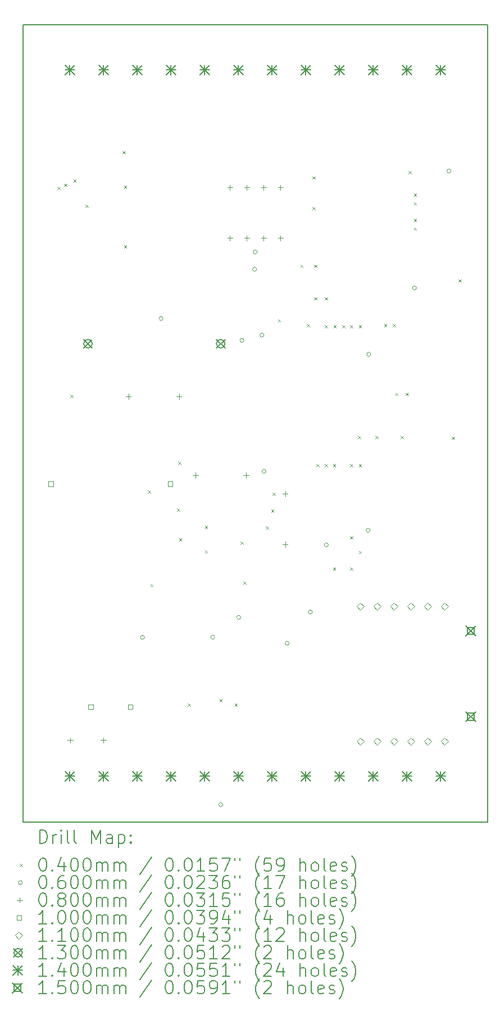
<source format=gbr>
%TF.GenerationSoftware,KiCad,Pcbnew,8.0.4*%
%TF.CreationDate,2024-11-14T12:54:47+07:00*%
%TF.ProjectId,Ver04,56657230-342e-46b6-9963-61645f706362,rev?*%
%TF.SameCoordinates,Original*%
%TF.FileFunction,Drillmap*%
%TF.FilePolarity,Positive*%
%FSLAX45Y45*%
G04 Gerber Fmt 4.5, Leading zero omitted, Abs format (unit mm)*
G04 Created by KiCad (PCBNEW 8.0.4) date 2024-11-14 12:54:47*
%MOMM*%
%LPD*%
G01*
G04 APERTURE LIST*
%ADD10C,0.200000*%
%ADD11C,0.100000*%
%ADD12C,0.110000*%
%ADD13C,0.130000*%
%ADD14C,0.140000*%
%ADD15C,0.150000*%
G04 APERTURE END LIST*
D10*
X4000000Y-3500000D02*
X11000000Y-3500000D01*
X11000000Y-15500000D01*
X4000000Y-15500000D01*
X4000000Y-3500000D01*
D11*
X4520000Y-5940000D02*
X4560000Y-5980000D01*
X4560000Y-5940000D02*
X4520000Y-5980000D01*
X4620000Y-5890000D02*
X4660000Y-5930000D01*
X4660000Y-5890000D02*
X4620000Y-5930000D01*
X4710000Y-9070000D02*
X4750000Y-9110000D01*
X4750000Y-9070000D02*
X4710000Y-9110000D01*
X4760000Y-5830000D02*
X4800000Y-5870000D01*
X4800000Y-5830000D02*
X4760000Y-5870000D01*
X4940000Y-6210000D02*
X4980000Y-6250000D01*
X4980000Y-6210000D02*
X4940000Y-6250000D01*
X5500000Y-5400000D02*
X5540000Y-5440000D01*
X5540000Y-5400000D02*
X5500000Y-5440000D01*
X5520000Y-5920000D02*
X5560000Y-5960000D01*
X5560000Y-5920000D02*
X5520000Y-5960000D01*
X5520000Y-6820000D02*
X5560000Y-6860000D01*
X5560000Y-6820000D02*
X5520000Y-6860000D01*
X5880000Y-10510000D02*
X5920000Y-10550000D01*
X5920000Y-10510000D02*
X5880000Y-10550000D01*
X5920000Y-11920000D02*
X5960000Y-11960000D01*
X5960000Y-11920000D02*
X5920000Y-11960000D01*
X6320000Y-10780000D02*
X6360000Y-10820000D01*
X6360000Y-10780000D02*
X6320000Y-10820000D01*
X6340000Y-10080000D02*
X6380000Y-10120000D01*
X6380000Y-10080000D02*
X6340000Y-10120000D01*
X6350000Y-11230000D02*
X6390000Y-11270000D01*
X6390000Y-11230000D02*
X6350000Y-11270000D01*
X6480000Y-13720000D02*
X6520000Y-13760000D01*
X6520000Y-13720000D02*
X6480000Y-13760000D01*
X6740000Y-11040000D02*
X6780000Y-11080000D01*
X6780000Y-11040000D02*
X6740000Y-11080000D01*
X6740000Y-11410000D02*
X6780000Y-11450000D01*
X6780000Y-11410000D02*
X6740000Y-11450000D01*
X6960000Y-13650000D02*
X7000000Y-13690000D01*
X7000000Y-13650000D02*
X6960000Y-13690000D01*
X7190000Y-13720000D02*
X7230000Y-13760000D01*
X7230000Y-13720000D02*
X7190000Y-13760000D01*
X7280000Y-11280000D02*
X7320000Y-11320000D01*
X7320000Y-11280000D02*
X7280000Y-11320000D01*
X7320000Y-11880000D02*
X7360000Y-11920000D01*
X7360000Y-11880000D02*
X7320000Y-11920000D01*
X7660000Y-11050000D02*
X7700000Y-11090000D01*
X7700000Y-11050000D02*
X7660000Y-11090000D01*
X7740000Y-10800000D02*
X7780000Y-10840000D01*
X7780000Y-10800000D02*
X7740000Y-10840000D01*
X7760000Y-10540000D02*
X7800000Y-10580000D01*
X7800000Y-10540000D02*
X7760000Y-10580000D01*
X7840000Y-7930000D02*
X7880000Y-7970000D01*
X7880000Y-7930000D02*
X7840000Y-7970000D01*
X8180000Y-7110000D02*
X8220000Y-7150000D01*
X8220000Y-7110000D02*
X8180000Y-7150000D01*
X8280000Y-8000000D02*
X8320000Y-8040000D01*
X8320000Y-8000000D02*
X8280000Y-8040000D01*
X8360000Y-5780000D02*
X8400000Y-5820000D01*
X8400000Y-5780000D02*
X8360000Y-5820000D01*
X8360000Y-6240000D02*
X8400000Y-6280000D01*
X8400000Y-6240000D02*
X8360000Y-6280000D01*
X8390000Y-7110000D02*
X8430000Y-7150000D01*
X8430000Y-7110000D02*
X8390000Y-7150000D01*
X8390000Y-7600000D02*
X8430000Y-7640000D01*
X8430000Y-7600000D02*
X8390000Y-7640000D01*
X8420000Y-10110000D02*
X8460000Y-10150000D01*
X8460000Y-10110000D02*
X8420000Y-10150000D01*
X8550000Y-7600000D02*
X8590000Y-7640000D01*
X8590000Y-7600000D02*
X8550000Y-7640000D01*
X8550000Y-8020000D02*
X8590000Y-8060000D01*
X8590000Y-8020000D02*
X8550000Y-8060000D01*
X8550000Y-10110000D02*
X8590000Y-10150000D01*
X8590000Y-10110000D02*
X8550000Y-10150000D01*
X8670000Y-10110000D02*
X8710000Y-10150000D01*
X8710000Y-10110000D02*
X8670000Y-10150000D01*
X8670000Y-11670000D02*
X8710000Y-11710000D01*
X8710000Y-11670000D02*
X8670000Y-11710000D01*
X8680000Y-8020000D02*
X8720000Y-8060000D01*
X8720000Y-8020000D02*
X8680000Y-8060000D01*
X8810000Y-8020000D02*
X8850000Y-8060000D01*
X8850000Y-8020000D02*
X8810000Y-8060000D01*
X8930000Y-8020000D02*
X8970000Y-8060000D01*
X8970000Y-8020000D02*
X8930000Y-8060000D01*
X8930000Y-10110000D02*
X8970000Y-10150000D01*
X8970000Y-10110000D02*
X8930000Y-10150000D01*
X8930000Y-11198497D02*
X8970000Y-11238497D01*
X8970000Y-11198497D02*
X8930000Y-11238497D01*
X8930000Y-11670000D02*
X8970000Y-11710000D01*
X8970000Y-11670000D02*
X8930000Y-11710000D01*
X9050000Y-9690000D02*
X9090000Y-9730000D01*
X9090000Y-9690000D02*
X9050000Y-9730000D01*
X9060000Y-8020000D02*
X9100000Y-8060000D01*
X9100000Y-8020000D02*
X9060000Y-8060000D01*
X9060000Y-10110000D02*
X9100000Y-10150000D01*
X9100000Y-10110000D02*
X9060000Y-10150000D01*
X9060000Y-11420000D02*
X9100000Y-11460000D01*
X9100000Y-11420000D02*
X9060000Y-11460000D01*
X9310000Y-9690000D02*
X9350000Y-9730000D01*
X9350000Y-9690000D02*
X9310000Y-9730000D01*
X9440000Y-8000000D02*
X9480000Y-8040000D01*
X9480000Y-8000000D02*
X9440000Y-8040000D01*
X9570000Y-8000000D02*
X9610000Y-8040000D01*
X9610000Y-8000000D02*
X9570000Y-8040000D01*
X9610000Y-9040000D02*
X9650000Y-9080000D01*
X9650000Y-9040000D02*
X9610000Y-9080000D01*
X9690000Y-9690000D02*
X9730000Y-9730000D01*
X9730000Y-9690000D02*
X9690000Y-9730000D01*
X9770000Y-9040000D02*
X9810000Y-9080000D01*
X9810000Y-9040000D02*
X9770000Y-9080000D01*
X9810000Y-5700000D02*
X9850000Y-5740000D01*
X9850000Y-5700000D02*
X9810000Y-5740000D01*
X9890000Y-6040000D02*
X9930000Y-6080000D01*
X9930000Y-6040000D02*
X9890000Y-6080000D01*
X9890000Y-6170000D02*
X9930000Y-6210000D01*
X9930000Y-6170000D02*
X9890000Y-6210000D01*
X9890000Y-6420000D02*
X9930000Y-6460000D01*
X9930000Y-6420000D02*
X9890000Y-6460000D01*
X9890000Y-6550000D02*
X9930000Y-6590000D01*
X9930000Y-6550000D02*
X9890000Y-6590000D01*
X10460000Y-9700000D02*
X10500000Y-9740000D01*
X10500000Y-9700000D02*
X10460000Y-9740000D01*
X10560000Y-7330000D02*
X10600000Y-7370000D01*
X10600000Y-7330000D02*
X10560000Y-7370000D01*
X5830000Y-12720000D02*
G75*
G02*
X5770000Y-12720000I-30000J0D01*
G01*
X5770000Y-12720000D02*
G75*
G02*
X5830000Y-12720000I30000J0D01*
G01*
X6110000Y-7920000D02*
G75*
G02*
X6050000Y-7920000I-30000J0D01*
G01*
X6050000Y-7920000D02*
G75*
G02*
X6110000Y-7920000I30000J0D01*
G01*
X6890000Y-12720000D02*
G75*
G02*
X6830000Y-12720000I-30000J0D01*
G01*
X6830000Y-12720000D02*
G75*
G02*
X6890000Y-12720000I30000J0D01*
G01*
X7010000Y-15240000D02*
G75*
G02*
X6950000Y-15240000I-30000J0D01*
G01*
X6950000Y-15240000D02*
G75*
G02*
X7010000Y-15240000I30000J0D01*
G01*
X7280000Y-12420000D02*
G75*
G02*
X7220000Y-12420000I-30000J0D01*
G01*
X7220000Y-12420000D02*
G75*
G02*
X7280000Y-12420000I30000J0D01*
G01*
X7330000Y-8250000D02*
G75*
G02*
X7270000Y-8250000I-30000J0D01*
G01*
X7270000Y-8250000D02*
G75*
G02*
X7330000Y-8250000I30000J0D01*
G01*
X7520000Y-7180000D02*
G75*
G02*
X7460000Y-7180000I-30000J0D01*
G01*
X7460000Y-7180000D02*
G75*
G02*
X7520000Y-7180000I30000J0D01*
G01*
X7530000Y-6920000D02*
G75*
G02*
X7470000Y-6920000I-30000J0D01*
G01*
X7470000Y-6920000D02*
G75*
G02*
X7530000Y-6920000I30000J0D01*
G01*
X7630000Y-8170000D02*
G75*
G02*
X7570000Y-8170000I-30000J0D01*
G01*
X7570000Y-8170000D02*
G75*
G02*
X7630000Y-8170000I30000J0D01*
G01*
X7660000Y-10220000D02*
G75*
G02*
X7600000Y-10220000I-30000J0D01*
G01*
X7600000Y-10220000D02*
G75*
G02*
X7660000Y-10220000I30000J0D01*
G01*
X8010000Y-12810000D02*
G75*
G02*
X7950000Y-12810000I-30000J0D01*
G01*
X7950000Y-12810000D02*
G75*
G02*
X8010000Y-12810000I30000J0D01*
G01*
X8360000Y-12340000D02*
G75*
G02*
X8300000Y-12340000I-30000J0D01*
G01*
X8300000Y-12340000D02*
G75*
G02*
X8360000Y-12340000I30000J0D01*
G01*
X8600000Y-11330000D02*
G75*
G02*
X8540000Y-11330000I-30000J0D01*
G01*
X8540000Y-11330000D02*
G75*
G02*
X8600000Y-11330000I30000J0D01*
G01*
X9230000Y-11110000D02*
G75*
G02*
X9170000Y-11110000I-30000J0D01*
G01*
X9170000Y-11110000D02*
G75*
G02*
X9230000Y-11110000I30000J0D01*
G01*
X9240000Y-8460000D02*
G75*
G02*
X9180000Y-8460000I-30000J0D01*
G01*
X9180000Y-8460000D02*
G75*
G02*
X9240000Y-8460000I30000J0D01*
G01*
X9930000Y-7460000D02*
G75*
G02*
X9870000Y-7460000I-30000J0D01*
G01*
X9870000Y-7460000D02*
G75*
G02*
X9930000Y-7460000I30000J0D01*
G01*
X10450000Y-5700000D02*
G75*
G02*
X10390000Y-5700000I-30000J0D01*
G01*
X10390000Y-5700000D02*
G75*
G02*
X10450000Y-5700000I30000J0D01*
G01*
X4710000Y-14230000D02*
X4710000Y-14310000D01*
X4670000Y-14270000D02*
X4750000Y-14270000D01*
X5210000Y-14230000D02*
X5210000Y-14310000D01*
X5170000Y-14270000D02*
X5250000Y-14270000D01*
X5587700Y-9055900D02*
X5587700Y-9135900D01*
X5547700Y-9095900D02*
X5627700Y-9095900D01*
X6349700Y-9055900D02*
X6349700Y-9135900D01*
X6309700Y-9095900D02*
X6389700Y-9095900D01*
X6599000Y-10240000D02*
X6599000Y-10320000D01*
X6559000Y-10280000D02*
X6639000Y-10280000D01*
X7120000Y-5908000D02*
X7120000Y-5988000D01*
X7080000Y-5948000D02*
X7160000Y-5948000D01*
X7120000Y-6670000D02*
X7120000Y-6750000D01*
X7080000Y-6710000D02*
X7160000Y-6710000D01*
X7361000Y-10240000D02*
X7361000Y-10320000D01*
X7321000Y-10280000D02*
X7401000Y-10280000D01*
X7374000Y-5908000D02*
X7374000Y-5988000D01*
X7334000Y-5948000D02*
X7414000Y-5948000D01*
X7374000Y-6670000D02*
X7374000Y-6750000D01*
X7334000Y-6710000D02*
X7414000Y-6710000D01*
X7628000Y-5908000D02*
X7628000Y-5988000D01*
X7588000Y-5948000D02*
X7668000Y-5948000D01*
X7628000Y-6670000D02*
X7628000Y-6750000D01*
X7588000Y-6710000D02*
X7668000Y-6710000D01*
X7882000Y-5908000D02*
X7882000Y-5988000D01*
X7842000Y-5948000D02*
X7922000Y-5948000D01*
X7882000Y-6670000D02*
X7882000Y-6750000D01*
X7842000Y-6710000D02*
X7922000Y-6710000D01*
X7950000Y-10519000D02*
X7950000Y-10599000D01*
X7910000Y-10559000D02*
X7990000Y-10559000D01*
X7950000Y-11281000D02*
X7950000Y-11361000D01*
X7910000Y-11321000D02*
X7990000Y-11321000D01*
X4455356Y-10445356D02*
X4455356Y-10374644D01*
X4384644Y-10374644D01*
X4384644Y-10445356D01*
X4455356Y-10445356D01*
X5055356Y-13805356D02*
X5055356Y-13734644D01*
X4984644Y-13734644D01*
X4984644Y-13805356D01*
X5055356Y-13805356D01*
X5655356Y-13805356D02*
X5655356Y-13734644D01*
X5584644Y-13734644D01*
X5584644Y-13805356D01*
X5655356Y-13805356D01*
X6255356Y-10445356D02*
X6255356Y-10374644D01*
X6184644Y-10374644D01*
X6184644Y-10445356D01*
X6255356Y-10445356D01*
D12*
X9080500Y-12308500D02*
X9135500Y-12253500D01*
X9080500Y-12198500D01*
X9025500Y-12253500D01*
X9080500Y-12308500D01*
X9080500Y-14340500D02*
X9135500Y-14285500D01*
X9080500Y-14230500D01*
X9025500Y-14285500D01*
X9080500Y-14340500D01*
X9334500Y-12308500D02*
X9389500Y-12253500D01*
X9334500Y-12198500D01*
X9279500Y-12253500D01*
X9334500Y-12308500D01*
X9334500Y-14340500D02*
X9389500Y-14285500D01*
X9334500Y-14230500D01*
X9279500Y-14285500D01*
X9334500Y-14340500D01*
X9588500Y-12308500D02*
X9643500Y-12253500D01*
X9588500Y-12198500D01*
X9533500Y-12253500D01*
X9588500Y-12308500D01*
X9588500Y-14340500D02*
X9643500Y-14285500D01*
X9588500Y-14230500D01*
X9533500Y-14285500D01*
X9588500Y-14340500D01*
X9842500Y-12308500D02*
X9897500Y-12253500D01*
X9842500Y-12198500D01*
X9787500Y-12253500D01*
X9842500Y-12308500D01*
X9842500Y-14340500D02*
X9897500Y-14285500D01*
X9842500Y-14230500D01*
X9787500Y-14285500D01*
X9842500Y-14340500D01*
X10096500Y-12308500D02*
X10151500Y-12253500D01*
X10096500Y-12198500D01*
X10041500Y-12253500D01*
X10096500Y-12308500D01*
X10096500Y-14340500D02*
X10151500Y-14285500D01*
X10096500Y-14230500D01*
X10041500Y-14285500D01*
X10096500Y-14340500D01*
X10350500Y-12308500D02*
X10405500Y-12253500D01*
X10350500Y-12198500D01*
X10295500Y-12253500D01*
X10350500Y-12308500D01*
X10350500Y-14340500D02*
X10405500Y-14285500D01*
X10350500Y-14230500D01*
X10295500Y-14285500D01*
X10350500Y-14340500D01*
D13*
X4913909Y-8235000D02*
X5043909Y-8365000D01*
X5043909Y-8235000D02*
X4913909Y-8365000D01*
X5043909Y-8300000D02*
G75*
G02*
X4913909Y-8300000I-65000J0D01*
G01*
X4913909Y-8300000D02*
G75*
G02*
X5043909Y-8300000I65000J0D01*
G01*
X6913909Y-8235000D02*
X7043909Y-8365000D01*
X7043909Y-8235000D02*
X6913909Y-8365000D01*
X7043909Y-8300000D02*
G75*
G02*
X6913909Y-8300000I-65000J0D01*
G01*
X6913909Y-8300000D02*
G75*
G02*
X7043909Y-8300000I65000J0D01*
G01*
D14*
X4636000Y-4107750D02*
X4776000Y-4247750D01*
X4776000Y-4107750D02*
X4636000Y-4247750D01*
X4706000Y-4107750D02*
X4706000Y-4247750D01*
X4636000Y-4177750D02*
X4776000Y-4177750D01*
X4636000Y-14742250D02*
X4776000Y-14882250D01*
X4776000Y-14742250D02*
X4636000Y-14882250D01*
X4706000Y-14742250D02*
X4706000Y-14882250D01*
X4636000Y-14812250D02*
X4776000Y-14812250D01*
X5144000Y-4107750D02*
X5284000Y-4247750D01*
X5284000Y-4107750D02*
X5144000Y-4247750D01*
X5214000Y-4107750D02*
X5214000Y-4247750D01*
X5144000Y-4177750D02*
X5284000Y-4177750D01*
X5144000Y-14742250D02*
X5284000Y-14882250D01*
X5284000Y-14742250D02*
X5144000Y-14882250D01*
X5214000Y-14742250D02*
X5214000Y-14882250D01*
X5144000Y-14812250D02*
X5284000Y-14812250D01*
X5652000Y-4107750D02*
X5792000Y-4247750D01*
X5792000Y-4107750D02*
X5652000Y-4247750D01*
X5722000Y-4107750D02*
X5722000Y-4247750D01*
X5652000Y-4177750D02*
X5792000Y-4177750D01*
X5652000Y-14742250D02*
X5792000Y-14882250D01*
X5792000Y-14742250D02*
X5652000Y-14882250D01*
X5722000Y-14742250D02*
X5722000Y-14882250D01*
X5652000Y-14812250D02*
X5792000Y-14812250D01*
X6160000Y-4107750D02*
X6300000Y-4247750D01*
X6300000Y-4107750D02*
X6160000Y-4247750D01*
X6230000Y-4107750D02*
X6230000Y-4247750D01*
X6160000Y-4177750D02*
X6300000Y-4177750D01*
X6160000Y-14742250D02*
X6300000Y-14882250D01*
X6300000Y-14742250D02*
X6160000Y-14882250D01*
X6230000Y-14742250D02*
X6230000Y-14882250D01*
X6160000Y-14812250D02*
X6300000Y-14812250D01*
X6668000Y-4107750D02*
X6808000Y-4247750D01*
X6808000Y-4107750D02*
X6668000Y-4247750D01*
X6738000Y-4107750D02*
X6738000Y-4247750D01*
X6668000Y-4177750D02*
X6808000Y-4177750D01*
X6668000Y-14742250D02*
X6808000Y-14882250D01*
X6808000Y-14742250D02*
X6668000Y-14882250D01*
X6738000Y-14742250D02*
X6738000Y-14882250D01*
X6668000Y-14812250D02*
X6808000Y-14812250D01*
X7176000Y-4107750D02*
X7316000Y-4247750D01*
X7316000Y-4107750D02*
X7176000Y-4247750D01*
X7246000Y-4107750D02*
X7246000Y-4247750D01*
X7176000Y-4177750D02*
X7316000Y-4177750D01*
X7176000Y-14742250D02*
X7316000Y-14882250D01*
X7316000Y-14742250D02*
X7176000Y-14882250D01*
X7246000Y-14742250D02*
X7246000Y-14882250D01*
X7176000Y-14812250D02*
X7316000Y-14812250D01*
X7684000Y-4107750D02*
X7824000Y-4247750D01*
X7824000Y-4107750D02*
X7684000Y-4247750D01*
X7754000Y-4107750D02*
X7754000Y-4247750D01*
X7684000Y-4177750D02*
X7824000Y-4177750D01*
X7684000Y-14742250D02*
X7824000Y-14882250D01*
X7824000Y-14742250D02*
X7684000Y-14882250D01*
X7754000Y-14742250D02*
X7754000Y-14882250D01*
X7684000Y-14812250D02*
X7824000Y-14812250D01*
X8192000Y-4107750D02*
X8332000Y-4247750D01*
X8332000Y-4107750D02*
X8192000Y-4247750D01*
X8262000Y-4107750D02*
X8262000Y-4247750D01*
X8192000Y-4177750D02*
X8332000Y-4177750D01*
X8192000Y-14742250D02*
X8332000Y-14882250D01*
X8332000Y-14742250D02*
X8192000Y-14882250D01*
X8262000Y-14742250D02*
X8262000Y-14882250D01*
X8192000Y-14812250D02*
X8332000Y-14812250D01*
X8700000Y-4107750D02*
X8840000Y-4247750D01*
X8840000Y-4107750D02*
X8700000Y-4247750D01*
X8770000Y-4107750D02*
X8770000Y-4247750D01*
X8700000Y-4177750D02*
X8840000Y-4177750D01*
X8700000Y-14742250D02*
X8840000Y-14882250D01*
X8840000Y-14742250D02*
X8700000Y-14882250D01*
X8770000Y-14742250D02*
X8770000Y-14882250D01*
X8700000Y-14812250D02*
X8840000Y-14812250D01*
X9208000Y-4107750D02*
X9348000Y-4247750D01*
X9348000Y-4107750D02*
X9208000Y-4247750D01*
X9278000Y-4107750D02*
X9278000Y-4247750D01*
X9208000Y-4177750D02*
X9348000Y-4177750D01*
X9208000Y-14742250D02*
X9348000Y-14882250D01*
X9348000Y-14742250D02*
X9208000Y-14882250D01*
X9278000Y-14742250D02*
X9278000Y-14882250D01*
X9208000Y-14812250D02*
X9348000Y-14812250D01*
X9716000Y-4107750D02*
X9856000Y-4247750D01*
X9856000Y-4107750D02*
X9716000Y-4247750D01*
X9786000Y-4107750D02*
X9786000Y-4247750D01*
X9716000Y-4177750D02*
X9856000Y-4177750D01*
X9716000Y-14742250D02*
X9856000Y-14882250D01*
X9856000Y-14742250D02*
X9716000Y-14882250D01*
X9786000Y-14742250D02*
X9786000Y-14882250D01*
X9716000Y-14812250D02*
X9856000Y-14812250D01*
X10224000Y-4107750D02*
X10364000Y-4247750D01*
X10364000Y-4107750D02*
X10224000Y-4247750D01*
X10294000Y-4107750D02*
X10294000Y-4247750D01*
X10224000Y-4177750D02*
X10364000Y-4177750D01*
X10224000Y-14742250D02*
X10364000Y-14882250D01*
X10364000Y-14742250D02*
X10224000Y-14882250D01*
X10294000Y-14742250D02*
X10294000Y-14882250D01*
X10224000Y-14812250D02*
X10364000Y-14812250D01*
D15*
X10671500Y-12549500D02*
X10821500Y-12699500D01*
X10821500Y-12549500D02*
X10671500Y-12699500D01*
X10799534Y-12677533D02*
X10799534Y-12571466D01*
X10693467Y-12571466D01*
X10693467Y-12677533D01*
X10799534Y-12677533D01*
X10671500Y-13840300D02*
X10821500Y-13990300D01*
X10821500Y-13840300D02*
X10671500Y-13990300D01*
X10799534Y-13968333D02*
X10799534Y-13862266D01*
X10693467Y-13862266D01*
X10693467Y-13968333D01*
X10799534Y-13968333D01*
D10*
X4250777Y-15821484D02*
X4250777Y-15621484D01*
X4250777Y-15621484D02*
X4298396Y-15621484D01*
X4298396Y-15621484D02*
X4326967Y-15631008D01*
X4326967Y-15631008D02*
X4346015Y-15650055D01*
X4346015Y-15650055D02*
X4355539Y-15669103D01*
X4355539Y-15669103D02*
X4365063Y-15707198D01*
X4365063Y-15707198D02*
X4365063Y-15735769D01*
X4365063Y-15735769D02*
X4355539Y-15773865D01*
X4355539Y-15773865D02*
X4346015Y-15792912D01*
X4346015Y-15792912D02*
X4326967Y-15811960D01*
X4326967Y-15811960D02*
X4298396Y-15821484D01*
X4298396Y-15821484D02*
X4250777Y-15821484D01*
X4450777Y-15821484D02*
X4450777Y-15688150D01*
X4450777Y-15726246D02*
X4460301Y-15707198D01*
X4460301Y-15707198D02*
X4469824Y-15697674D01*
X4469824Y-15697674D02*
X4488872Y-15688150D01*
X4488872Y-15688150D02*
X4507920Y-15688150D01*
X4574586Y-15821484D02*
X4574586Y-15688150D01*
X4574586Y-15621484D02*
X4565063Y-15631008D01*
X4565063Y-15631008D02*
X4574586Y-15640531D01*
X4574586Y-15640531D02*
X4584110Y-15631008D01*
X4584110Y-15631008D02*
X4574586Y-15621484D01*
X4574586Y-15621484D02*
X4574586Y-15640531D01*
X4698396Y-15821484D02*
X4679348Y-15811960D01*
X4679348Y-15811960D02*
X4669824Y-15792912D01*
X4669824Y-15792912D02*
X4669824Y-15621484D01*
X4803158Y-15821484D02*
X4784110Y-15811960D01*
X4784110Y-15811960D02*
X4774586Y-15792912D01*
X4774586Y-15792912D02*
X4774586Y-15621484D01*
X5031729Y-15821484D02*
X5031729Y-15621484D01*
X5031729Y-15621484D02*
X5098396Y-15764341D01*
X5098396Y-15764341D02*
X5165063Y-15621484D01*
X5165063Y-15621484D02*
X5165063Y-15821484D01*
X5346015Y-15821484D02*
X5346015Y-15716722D01*
X5346015Y-15716722D02*
X5336491Y-15697674D01*
X5336491Y-15697674D02*
X5317444Y-15688150D01*
X5317444Y-15688150D02*
X5279348Y-15688150D01*
X5279348Y-15688150D02*
X5260301Y-15697674D01*
X5346015Y-15811960D02*
X5326967Y-15821484D01*
X5326967Y-15821484D02*
X5279348Y-15821484D01*
X5279348Y-15821484D02*
X5260301Y-15811960D01*
X5260301Y-15811960D02*
X5250777Y-15792912D01*
X5250777Y-15792912D02*
X5250777Y-15773865D01*
X5250777Y-15773865D02*
X5260301Y-15754817D01*
X5260301Y-15754817D02*
X5279348Y-15745293D01*
X5279348Y-15745293D02*
X5326967Y-15745293D01*
X5326967Y-15745293D02*
X5346015Y-15735769D01*
X5441253Y-15688150D02*
X5441253Y-15888150D01*
X5441253Y-15697674D02*
X5460301Y-15688150D01*
X5460301Y-15688150D02*
X5498396Y-15688150D01*
X5498396Y-15688150D02*
X5517444Y-15697674D01*
X5517444Y-15697674D02*
X5526967Y-15707198D01*
X5526967Y-15707198D02*
X5536491Y-15726246D01*
X5536491Y-15726246D02*
X5536491Y-15783388D01*
X5536491Y-15783388D02*
X5526967Y-15802436D01*
X5526967Y-15802436D02*
X5517444Y-15811960D01*
X5517444Y-15811960D02*
X5498396Y-15821484D01*
X5498396Y-15821484D02*
X5460301Y-15821484D01*
X5460301Y-15821484D02*
X5441253Y-15811960D01*
X5622205Y-15802436D02*
X5631729Y-15811960D01*
X5631729Y-15811960D02*
X5622205Y-15821484D01*
X5622205Y-15821484D02*
X5612682Y-15811960D01*
X5612682Y-15811960D02*
X5622205Y-15802436D01*
X5622205Y-15802436D02*
X5622205Y-15821484D01*
X5622205Y-15697674D02*
X5631729Y-15707198D01*
X5631729Y-15707198D02*
X5622205Y-15716722D01*
X5622205Y-15716722D02*
X5612682Y-15707198D01*
X5612682Y-15707198D02*
X5622205Y-15697674D01*
X5622205Y-15697674D02*
X5622205Y-15716722D01*
D11*
X3950000Y-16130000D02*
X3990000Y-16170000D01*
X3990000Y-16130000D02*
X3950000Y-16170000D01*
D10*
X4288872Y-16041484D02*
X4307920Y-16041484D01*
X4307920Y-16041484D02*
X4326967Y-16051008D01*
X4326967Y-16051008D02*
X4336491Y-16060531D01*
X4336491Y-16060531D02*
X4346015Y-16079579D01*
X4346015Y-16079579D02*
X4355539Y-16117674D01*
X4355539Y-16117674D02*
X4355539Y-16165293D01*
X4355539Y-16165293D02*
X4346015Y-16203388D01*
X4346015Y-16203388D02*
X4336491Y-16222436D01*
X4336491Y-16222436D02*
X4326967Y-16231960D01*
X4326967Y-16231960D02*
X4307920Y-16241484D01*
X4307920Y-16241484D02*
X4288872Y-16241484D01*
X4288872Y-16241484D02*
X4269824Y-16231960D01*
X4269824Y-16231960D02*
X4260301Y-16222436D01*
X4260301Y-16222436D02*
X4250777Y-16203388D01*
X4250777Y-16203388D02*
X4241253Y-16165293D01*
X4241253Y-16165293D02*
X4241253Y-16117674D01*
X4241253Y-16117674D02*
X4250777Y-16079579D01*
X4250777Y-16079579D02*
X4260301Y-16060531D01*
X4260301Y-16060531D02*
X4269824Y-16051008D01*
X4269824Y-16051008D02*
X4288872Y-16041484D01*
X4441253Y-16222436D02*
X4450777Y-16231960D01*
X4450777Y-16231960D02*
X4441253Y-16241484D01*
X4441253Y-16241484D02*
X4431729Y-16231960D01*
X4431729Y-16231960D02*
X4441253Y-16222436D01*
X4441253Y-16222436D02*
X4441253Y-16241484D01*
X4622205Y-16108150D02*
X4622205Y-16241484D01*
X4574586Y-16031960D02*
X4526967Y-16174817D01*
X4526967Y-16174817D02*
X4650777Y-16174817D01*
X4765063Y-16041484D02*
X4784110Y-16041484D01*
X4784110Y-16041484D02*
X4803158Y-16051008D01*
X4803158Y-16051008D02*
X4812682Y-16060531D01*
X4812682Y-16060531D02*
X4822205Y-16079579D01*
X4822205Y-16079579D02*
X4831729Y-16117674D01*
X4831729Y-16117674D02*
X4831729Y-16165293D01*
X4831729Y-16165293D02*
X4822205Y-16203388D01*
X4822205Y-16203388D02*
X4812682Y-16222436D01*
X4812682Y-16222436D02*
X4803158Y-16231960D01*
X4803158Y-16231960D02*
X4784110Y-16241484D01*
X4784110Y-16241484D02*
X4765063Y-16241484D01*
X4765063Y-16241484D02*
X4746015Y-16231960D01*
X4746015Y-16231960D02*
X4736491Y-16222436D01*
X4736491Y-16222436D02*
X4726967Y-16203388D01*
X4726967Y-16203388D02*
X4717444Y-16165293D01*
X4717444Y-16165293D02*
X4717444Y-16117674D01*
X4717444Y-16117674D02*
X4726967Y-16079579D01*
X4726967Y-16079579D02*
X4736491Y-16060531D01*
X4736491Y-16060531D02*
X4746015Y-16051008D01*
X4746015Y-16051008D02*
X4765063Y-16041484D01*
X4955539Y-16041484D02*
X4974586Y-16041484D01*
X4974586Y-16041484D02*
X4993634Y-16051008D01*
X4993634Y-16051008D02*
X5003158Y-16060531D01*
X5003158Y-16060531D02*
X5012682Y-16079579D01*
X5012682Y-16079579D02*
X5022205Y-16117674D01*
X5022205Y-16117674D02*
X5022205Y-16165293D01*
X5022205Y-16165293D02*
X5012682Y-16203388D01*
X5012682Y-16203388D02*
X5003158Y-16222436D01*
X5003158Y-16222436D02*
X4993634Y-16231960D01*
X4993634Y-16231960D02*
X4974586Y-16241484D01*
X4974586Y-16241484D02*
X4955539Y-16241484D01*
X4955539Y-16241484D02*
X4936491Y-16231960D01*
X4936491Y-16231960D02*
X4926967Y-16222436D01*
X4926967Y-16222436D02*
X4917444Y-16203388D01*
X4917444Y-16203388D02*
X4907920Y-16165293D01*
X4907920Y-16165293D02*
X4907920Y-16117674D01*
X4907920Y-16117674D02*
X4917444Y-16079579D01*
X4917444Y-16079579D02*
X4926967Y-16060531D01*
X4926967Y-16060531D02*
X4936491Y-16051008D01*
X4936491Y-16051008D02*
X4955539Y-16041484D01*
X5107920Y-16241484D02*
X5107920Y-16108150D01*
X5107920Y-16127198D02*
X5117444Y-16117674D01*
X5117444Y-16117674D02*
X5136491Y-16108150D01*
X5136491Y-16108150D02*
X5165063Y-16108150D01*
X5165063Y-16108150D02*
X5184110Y-16117674D01*
X5184110Y-16117674D02*
X5193634Y-16136722D01*
X5193634Y-16136722D02*
X5193634Y-16241484D01*
X5193634Y-16136722D02*
X5203158Y-16117674D01*
X5203158Y-16117674D02*
X5222205Y-16108150D01*
X5222205Y-16108150D02*
X5250777Y-16108150D01*
X5250777Y-16108150D02*
X5269825Y-16117674D01*
X5269825Y-16117674D02*
X5279348Y-16136722D01*
X5279348Y-16136722D02*
X5279348Y-16241484D01*
X5374586Y-16241484D02*
X5374586Y-16108150D01*
X5374586Y-16127198D02*
X5384110Y-16117674D01*
X5384110Y-16117674D02*
X5403158Y-16108150D01*
X5403158Y-16108150D02*
X5431729Y-16108150D01*
X5431729Y-16108150D02*
X5450777Y-16117674D01*
X5450777Y-16117674D02*
X5460301Y-16136722D01*
X5460301Y-16136722D02*
X5460301Y-16241484D01*
X5460301Y-16136722D02*
X5469825Y-16117674D01*
X5469825Y-16117674D02*
X5488872Y-16108150D01*
X5488872Y-16108150D02*
X5517444Y-16108150D01*
X5517444Y-16108150D02*
X5536491Y-16117674D01*
X5536491Y-16117674D02*
X5546015Y-16136722D01*
X5546015Y-16136722D02*
X5546015Y-16241484D01*
X5936491Y-16031960D02*
X5765063Y-16289103D01*
X6193634Y-16041484D02*
X6212682Y-16041484D01*
X6212682Y-16041484D02*
X6231729Y-16051008D01*
X6231729Y-16051008D02*
X6241253Y-16060531D01*
X6241253Y-16060531D02*
X6250777Y-16079579D01*
X6250777Y-16079579D02*
X6260301Y-16117674D01*
X6260301Y-16117674D02*
X6260301Y-16165293D01*
X6260301Y-16165293D02*
X6250777Y-16203388D01*
X6250777Y-16203388D02*
X6241253Y-16222436D01*
X6241253Y-16222436D02*
X6231729Y-16231960D01*
X6231729Y-16231960D02*
X6212682Y-16241484D01*
X6212682Y-16241484D02*
X6193634Y-16241484D01*
X6193634Y-16241484D02*
X6174586Y-16231960D01*
X6174586Y-16231960D02*
X6165063Y-16222436D01*
X6165063Y-16222436D02*
X6155539Y-16203388D01*
X6155539Y-16203388D02*
X6146015Y-16165293D01*
X6146015Y-16165293D02*
X6146015Y-16117674D01*
X6146015Y-16117674D02*
X6155539Y-16079579D01*
X6155539Y-16079579D02*
X6165063Y-16060531D01*
X6165063Y-16060531D02*
X6174586Y-16051008D01*
X6174586Y-16051008D02*
X6193634Y-16041484D01*
X6346015Y-16222436D02*
X6355539Y-16231960D01*
X6355539Y-16231960D02*
X6346015Y-16241484D01*
X6346015Y-16241484D02*
X6336491Y-16231960D01*
X6336491Y-16231960D02*
X6346015Y-16222436D01*
X6346015Y-16222436D02*
X6346015Y-16241484D01*
X6479348Y-16041484D02*
X6498396Y-16041484D01*
X6498396Y-16041484D02*
X6517444Y-16051008D01*
X6517444Y-16051008D02*
X6526967Y-16060531D01*
X6526967Y-16060531D02*
X6536491Y-16079579D01*
X6536491Y-16079579D02*
X6546015Y-16117674D01*
X6546015Y-16117674D02*
X6546015Y-16165293D01*
X6546015Y-16165293D02*
X6536491Y-16203388D01*
X6536491Y-16203388D02*
X6526967Y-16222436D01*
X6526967Y-16222436D02*
X6517444Y-16231960D01*
X6517444Y-16231960D02*
X6498396Y-16241484D01*
X6498396Y-16241484D02*
X6479348Y-16241484D01*
X6479348Y-16241484D02*
X6460301Y-16231960D01*
X6460301Y-16231960D02*
X6450777Y-16222436D01*
X6450777Y-16222436D02*
X6441253Y-16203388D01*
X6441253Y-16203388D02*
X6431729Y-16165293D01*
X6431729Y-16165293D02*
X6431729Y-16117674D01*
X6431729Y-16117674D02*
X6441253Y-16079579D01*
X6441253Y-16079579D02*
X6450777Y-16060531D01*
X6450777Y-16060531D02*
X6460301Y-16051008D01*
X6460301Y-16051008D02*
X6479348Y-16041484D01*
X6736491Y-16241484D02*
X6622206Y-16241484D01*
X6679348Y-16241484D02*
X6679348Y-16041484D01*
X6679348Y-16041484D02*
X6660301Y-16070055D01*
X6660301Y-16070055D02*
X6641253Y-16089103D01*
X6641253Y-16089103D02*
X6622206Y-16098627D01*
X6917444Y-16041484D02*
X6822206Y-16041484D01*
X6822206Y-16041484D02*
X6812682Y-16136722D01*
X6812682Y-16136722D02*
X6822206Y-16127198D01*
X6822206Y-16127198D02*
X6841253Y-16117674D01*
X6841253Y-16117674D02*
X6888872Y-16117674D01*
X6888872Y-16117674D02*
X6907920Y-16127198D01*
X6907920Y-16127198D02*
X6917444Y-16136722D01*
X6917444Y-16136722D02*
X6926967Y-16155769D01*
X6926967Y-16155769D02*
X6926967Y-16203388D01*
X6926967Y-16203388D02*
X6917444Y-16222436D01*
X6917444Y-16222436D02*
X6907920Y-16231960D01*
X6907920Y-16231960D02*
X6888872Y-16241484D01*
X6888872Y-16241484D02*
X6841253Y-16241484D01*
X6841253Y-16241484D02*
X6822206Y-16231960D01*
X6822206Y-16231960D02*
X6812682Y-16222436D01*
X6993634Y-16041484D02*
X7126967Y-16041484D01*
X7126967Y-16041484D02*
X7041253Y-16241484D01*
X7193634Y-16041484D02*
X7193634Y-16079579D01*
X7269825Y-16041484D02*
X7269825Y-16079579D01*
X7565063Y-16317674D02*
X7555539Y-16308150D01*
X7555539Y-16308150D02*
X7536491Y-16279579D01*
X7536491Y-16279579D02*
X7526968Y-16260531D01*
X7526968Y-16260531D02*
X7517444Y-16231960D01*
X7517444Y-16231960D02*
X7507920Y-16184341D01*
X7507920Y-16184341D02*
X7507920Y-16146246D01*
X7507920Y-16146246D02*
X7517444Y-16098627D01*
X7517444Y-16098627D02*
X7526968Y-16070055D01*
X7526968Y-16070055D02*
X7536491Y-16051008D01*
X7536491Y-16051008D02*
X7555539Y-16022436D01*
X7555539Y-16022436D02*
X7565063Y-16012912D01*
X7736491Y-16041484D02*
X7641253Y-16041484D01*
X7641253Y-16041484D02*
X7631729Y-16136722D01*
X7631729Y-16136722D02*
X7641253Y-16127198D01*
X7641253Y-16127198D02*
X7660301Y-16117674D01*
X7660301Y-16117674D02*
X7707920Y-16117674D01*
X7707920Y-16117674D02*
X7726968Y-16127198D01*
X7726968Y-16127198D02*
X7736491Y-16136722D01*
X7736491Y-16136722D02*
X7746015Y-16155769D01*
X7746015Y-16155769D02*
X7746015Y-16203388D01*
X7746015Y-16203388D02*
X7736491Y-16222436D01*
X7736491Y-16222436D02*
X7726968Y-16231960D01*
X7726968Y-16231960D02*
X7707920Y-16241484D01*
X7707920Y-16241484D02*
X7660301Y-16241484D01*
X7660301Y-16241484D02*
X7641253Y-16231960D01*
X7641253Y-16231960D02*
X7631729Y-16222436D01*
X7841253Y-16241484D02*
X7879348Y-16241484D01*
X7879348Y-16241484D02*
X7898396Y-16231960D01*
X7898396Y-16231960D02*
X7907920Y-16222436D01*
X7907920Y-16222436D02*
X7926968Y-16193865D01*
X7926968Y-16193865D02*
X7936491Y-16155769D01*
X7936491Y-16155769D02*
X7936491Y-16079579D01*
X7936491Y-16079579D02*
X7926968Y-16060531D01*
X7926968Y-16060531D02*
X7917444Y-16051008D01*
X7917444Y-16051008D02*
X7898396Y-16041484D01*
X7898396Y-16041484D02*
X7860301Y-16041484D01*
X7860301Y-16041484D02*
X7841253Y-16051008D01*
X7841253Y-16051008D02*
X7831729Y-16060531D01*
X7831729Y-16060531D02*
X7822206Y-16079579D01*
X7822206Y-16079579D02*
X7822206Y-16127198D01*
X7822206Y-16127198D02*
X7831729Y-16146246D01*
X7831729Y-16146246D02*
X7841253Y-16155769D01*
X7841253Y-16155769D02*
X7860301Y-16165293D01*
X7860301Y-16165293D02*
X7898396Y-16165293D01*
X7898396Y-16165293D02*
X7917444Y-16155769D01*
X7917444Y-16155769D02*
X7926968Y-16146246D01*
X7926968Y-16146246D02*
X7936491Y-16127198D01*
X8174587Y-16241484D02*
X8174587Y-16041484D01*
X8260301Y-16241484D02*
X8260301Y-16136722D01*
X8260301Y-16136722D02*
X8250777Y-16117674D01*
X8250777Y-16117674D02*
X8231730Y-16108150D01*
X8231730Y-16108150D02*
X8203158Y-16108150D01*
X8203158Y-16108150D02*
X8184110Y-16117674D01*
X8184110Y-16117674D02*
X8174587Y-16127198D01*
X8384110Y-16241484D02*
X8365063Y-16231960D01*
X8365063Y-16231960D02*
X8355539Y-16222436D01*
X8355539Y-16222436D02*
X8346015Y-16203388D01*
X8346015Y-16203388D02*
X8346015Y-16146246D01*
X8346015Y-16146246D02*
X8355539Y-16127198D01*
X8355539Y-16127198D02*
X8365063Y-16117674D01*
X8365063Y-16117674D02*
X8384110Y-16108150D01*
X8384110Y-16108150D02*
X8412682Y-16108150D01*
X8412682Y-16108150D02*
X8431730Y-16117674D01*
X8431730Y-16117674D02*
X8441253Y-16127198D01*
X8441253Y-16127198D02*
X8450777Y-16146246D01*
X8450777Y-16146246D02*
X8450777Y-16203388D01*
X8450777Y-16203388D02*
X8441253Y-16222436D01*
X8441253Y-16222436D02*
X8431730Y-16231960D01*
X8431730Y-16231960D02*
X8412682Y-16241484D01*
X8412682Y-16241484D02*
X8384110Y-16241484D01*
X8565063Y-16241484D02*
X8546015Y-16231960D01*
X8546015Y-16231960D02*
X8536492Y-16212912D01*
X8536492Y-16212912D02*
X8536492Y-16041484D01*
X8717444Y-16231960D02*
X8698396Y-16241484D01*
X8698396Y-16241484D02*
X8660301Y-16241484D01*
X8660301Y-16241484D02*
X8641253Y-16231960D01*
X8641253Y-16231960D02*
X8631730Y-16212912D01*
X8631730Y-16212912D02*
X8631730Y-16136722D01*
X8631730Y-16136722D02*
X8641253Y-16117674D01*
X8641253Y-16117674D02*
X8660301Y-16108150D01*
X8660301Y-16108150D02*
X8698396Y-16108150D01*
X8698396Y-16108150D02*
X8717444Y-16117674D01*
X8717444Y-16117674D02*
X8726968Y-16136722D01*
X8726968Y-16136722D02*
X8726968Y-16155769D01*
X8726968Y-16155769D02*
X8631730Y-16174817D01*
X8803158Y-16231960D02*
X8822206Y-16241484D01*
X8822206Y-16241484D02*
X8860301Y-16241484D01*
X8860301Y-16241484D02*
X8879349Y-16231960D01*
X8879349Y-16231960D02*
X8888873Y-16212912D01*
X8888873Y-16212912D02*
X8888873Y-16203388D01*
X8888873Y-16203388D02*
X8879349Y-16184341D01*
X8879349Y-16184341D02*
X8860301Y-16174817D01*
X8860301Y-16174817D02*
X8831730Y-16174817D01*
X8831730Y-16174817D02*
X8812682Y-16165293D01*
X8812682Y-16165293D02*
X8803158Y-16146246D01*
X8803158Y-16146246D02*
X8803158Y-16136722D01*
X8803158Y-16136722D02*
X8812682Y-16117674D01*
X8812682Y-16117674D02*
X8831730Y-16108150D01*
X8831730Y-16108150D02*
X8860301Y-16108150D01*
X8860301Y-16108150D02*
X8879349Y-16117674D01*
X8955539Y-16317674D02*
X8965063Y-16308150D01*
X8965063Y-16308150D02*
X8984111Y-16279579D01*
X8984111Y-16279579D02*
X8993634Y-16260531D01*
X8993634Y-16260531D02*
X9003158Y-16231960D01*
X9003158Y-16231960D02*
X9012682Y-16184341D01*
X9012682Y-16184341D02*
X9012682Y-16146246D01*
X9012682Y-16146246D02*
X9003158Y-16098627D01*
X9003158Y-16098627D02*
X8993634Y-16070055D01*
X8993634Y-16070055D02*
X8984111Y-16051008D01*
X8984111Y-16051008D02*
X8965063Y-16022436D01*
X8965063Y-16022436D02*
X8955539Y-16012912D01*
D11*
X3990000Y-16414000D02*
G75*
G02*
X3930000Y-16414000I-30000J0D01*
G01*
X3930000Y-16414000D02*
G75*
G02*
X3990000Y-16414000I30000J0D01*
G01*
D10*
X4288872Y-16305484D02*
X4307920Y-16305484D01*
X4307920Y-16305484D02*
X4326967Y-16315008D01*
X4326967Y-16315008D02*
X4336491Y-16324531D01*
X4336491Y-16324531D02*
X4346015Y-16343579D01*
X4346015Y-16343579D02*
X4355539Y-16381674D01*
X4355539Y-16381674D02*
X4355539Y-16429293D01*
X4355539Y-16429293D02*
X4346015Y-16467388D01*
X4346015Y-16467388D02*
X4336491Y-16486436D01*
X4336491Y-16486436D02*
X4326967Y-16495960D01*
X4326967Y-16495960D02*
X4307920Y-16505484D01*
X4307920Y-16505484D02*
X4288872Y-16505484D01*
X4288872Y-16505484D02*
X4269824Y-16495960D01*
X4269824Y-16495960D02*
X4260301Y-16486436D01*
X4260301Y-16486436D02*
X4250777Y-16467388D01*
X4250777Y-16467388D02*
X4241253Y-16429293D01*
X4241253Y-16429293D02*
X4241253Y-16381674D01*
X4241253Y-16381674D02*
X4250777Y-16343579D01*
X4250777Y-16343579D02*
X4260301Y-16324531D01*
X4260301Y-16324531D02*
X4269824Y-16315008D01*
X4269824Y-16315008D02*
X4288872Y-16305484D01*
X4441253Y-16486436D02*
X4450777Y-16495960D01*
X4450777Y-16495960D02*
X4441253Y-16505484D01*
X4441253Y-16505484D02*
X4431729Y-16495960D01*
X4431729Y-16495960D02*
X4441253Y-16486436D01*
X4441253Y-16486436D02*
X4441253Y-16505484D01*
X4622205Y-16305484D02*
X4584110Y-16305484D01*
X4584110Y-16305484D02*
X4565063Y-16315008D01*
X4565063Y-16315008D02*
X4555539Y-16324531D01*
X4555539Y-16324531D02*
X4536491Y-16353103D01*
X4536491Y-16353103D02*
X4526967Y-16391198D01*
X4526967Y-16391198D02*
X4526967Y-16467388D01*
X4526967Y-16467388D02*
X4536491Y-16486436D01*
X4536491Y-16486436D02*
X4546015Y-16495960D01*
X4546015Y-16495960D02*
X4565063Y-16505484D01*
X4565063Y-16505484D02*
X4603158Y-16505484D01*
X4603158Y-16505484D02*
X4622205Y-16495960D01*
X4622205Y-16495960D02*
X4631729Y-16486436D01*
X4631729Y-16486436D02*
X4641253Y-16467388D01*
X4641253Y-16467388D02*
X4641253Y-16419769D01*
X4641253Y-16419769D02*
X4631729Y-16400722D01*
X4631729Y-16400722D02*
X4622205Y-16391198D01*
X4622205Y-16391198D02*
X4603158Y-16381674D01*
X4603158Y-16381674D02*
X4565063Y-16381674D01*
X4565063Y-16381674D02*
X4546015Y-16391198D01*
X4546015Y-16391198D02*
X4536491Y-16400722D01*
X4536491Y-16400722D02*
X4526967Y-16419769D01*
X4765063Y-16305484D02*
X4784110Y-16305484D01*
X4784110Y-16305484D02*
X4803158Y-16315008D01*
X4803158Y-16315008D02*
X4812682Y-16324531D01*
X4812682Y-16324531D02*
X4822205Y-16343579D01*
X4822205Y-16343579D02*
X4831729Y-16381674D01*
X4831729Y-16381674D02*
X4831729Y-16429293D01*
X4831729Y-16429293D02*
X4822205Y-16467388D01*
X4822205Y-16467388D02*
X4812682Y-16486436D01*
X4812682Y-16486436D02*
X4803158Y-16495960D01*
X4803158Y-16495960D02*
X4784110Y-16505484D01*
X4784110Y-16505484D02*
X4765063Y-16505484D01*
X4765063Y-16505484D02*
X4746015Y-16495960D01*
X4746015Y-16495960D02*
X4736491Y-16486436D01*
X4736491Y-16486436D02*
X4726967Y-16467388D01*
X4726967Y-16467388D02*
X4717444Y-16429293D01*
X4717444Y-16429293D02*
X4717444Y-16381674D01*
X4717444Y-16381674D02*
X4726967Y-16343579D01*
X4726967Y-16343579D02*
X4736491Y-16324531D01*
X4736491Y-16324531D02*
X4746015Y-16315008D01*
X4746015Y-16315008D02*
X4765063Y-16305484D01*
X4955539Y-16305484D02*
X4974586Y-16305484D01*
X4974586Y-16305484D02*
X4993634Y-16315008D01*
X4993634Y-16315008D02*
X5003158Y-16324531D01*
X5003158Y-16324531D02*
X5012682Y-16343579D01*
X5012682Y-16343579D02*
X5022205Y-16381674D01*
X5022205Y-16381674D02*
X5022205Y-16429293D01*
X5022205Y-16429293D02*
X5012682Y-16467388D01*
X5012682Y-16467388D02*
X5003158Y-16486436D01*
X5003158Y-16486436D02*
X4993634Y-16495960D01*
X4993634Y-16495960D02*
X4974586Y-16505484D01*
X4974586Y-16505484D02*
X4955539Y-16505484D01*
X4955539Y-16505484D02*
X4936491Y-16495960D01*
X4936491Y-16495960D02*
X4926967Y-16486436D01*
X4926967Y-16486436D02*
X4917444Y-16467388D01*
X4917444Y-16467388D02*
X4907920Y-16429293D01*
X4907920Y-16429293D02*
X4907920Y-16381674D01*
X4907920Y-16381674D02*
X4917444Y-16343579D01*
X4917444Y-16343579D02*
X4926967Y-16324531D01*
X4926967Y-16324531D02*
X4936491Y-16315008D01*
X4936491Y-16315008D02*
X4955539Y-16305484D01*
X5107920Y-16505484D02*
X5107920Y-16372150D01*
X5107920Y-16391198D02*
X5117444Y-16381674D01*
X5117444Y-16381674D02*
X5136491Y-16372150D01*
X5136491Y-16372150D02*
X5165063Y-16372150D01*
X5165063Y-16372150D02*
X5184110Y-16381674D01*
X5184110Y-16381674D02*
X5193634Y-16400722D01*
X5193634Y-16400722D02*
X5193634Y-16505484D01*
X5193634Y-16400722D02*
X5203158Y-16381674D01*
X5203158Y-16381674D02*
X5222205Y-16372150D01*
X5222205Y-16372150D02*
X5250777Y-16372150D01*
X5250777Y-16372150D02*
X5269825Y-16381674D01*
X5269825Y-16381674D02*
X5279348Y-16400722D01*
X5279348Y-16400722D02*
X5279348Y-16505484D01*
X5374586Y-16505484D02*
X5374586Y-16372150D01*
X5374586Y-16391198D02*
X5384110Y-16381674D01*
X5384110Y-16381674D02*
X5403158Y-16372150D01*
X5403158Y-16372150D02*
X5431729Y-16372150D01*
X5431729Y-16372150D02*
X5450777Y-16381674D01*
X5450777Y-16381674D02*
X5460301Y-16400722D01*
X5460301Y-16400722D02*
X5460301Y-16505484D01*
X5460301Y-16400722D02*
X5469825Y-16381674D01*
X5469825Y-16381674D02*
X5488872Y-16372150D01*
X5488872Y-16372150D02*
X5517444Y-16372150D01*
X5517444Y-16372150D02*
X5536491Y-16381674D01*
X5536491Y-16381674D02*
X5546015Y-16400722D01*
X5546015Y-16400722D02*
X5546015Y-16505484D01*
X5936491Y-16295960D02*
X5765063Y-16553103D01*
X6193634Y-16305484D02*
X6212682Y-16305484D01*
X6212682Y-16305484D02*
X6231729Y-16315008D01*
X6231729Y-16315008D02*
X6241253Y-16324531D01*
X6241253Y-16324531D02*
X6250777Y-16343579D01*
X6250777Y-16343579D02*
X6260301Y-16381674D01*
X6260301Y-16381674D02*
X6260301Y-16429293D01*
X6260301Y-16429293D02*
X6250777Y-16467388D01*
X6250777Y-16467388D02*
X6241253Y-16486436D01*
X6241253Y-16486436D02*
X6231729Y-16495960D01*
X6231729Y-16495960D02*
X6212682Y-16505484D01*
X6212682Y-16505484D02*
X6193634Y-16505484D01*
X6193634Y-16505484D02*
X6174586Y-16495960D01*
X6174586Y-16495960D02*
X6165063Y-16486436D01*
X6165063Y-16486436D02*
X6155539Y-16467388D01*
X6155539Y-16467388D02*
X6146015Y-16429293D01*
X6146015Y-16429293D02*
X6146015Y-16381674D01*
X6146015Y-16381674D02*
X6155539Y-16343579D01*
X6155539Y-16343579D02*
X6165063Y-16324531D01*
X6165063Y-16324531D02*
X6174586Y-16315008D01*
X6174586Y-16315008D02*
X6193634Y-16305484D01*
X6346015Y-16486436D02*
X6355539Y-16495960D01*
X6355539Y-16495960D02*
X6346015Y-16505484D01*
X6346015Y-16505484D02*
X6336491Y-16495960D01*
X6336491Y-16495960D02*
X6346015Y-16486436D01*
X6346015Y-16486436D02*
X6346015Y-16505484D01*
X6479348Y-16305484D02*
X6498396Y-16305484D01*
X6498396Y-16305484D02*
X6517444Y-16315008D01*
X6517444Y-16315008D02*
X6526967Y-16324531D01*
X6526967Y-16324531D02*
X6536491Y-16343579D01*
X6536491Y-16343579D02*
X6546015Y-16381674D01*
X6546015Y-16381674D02*
X6546015Y-16429293D01*
X6546015Y-16429293D02*
X6536491Y-16467388D01*
X6536491Y-16467388D02*
X6526967Y-16486436D01*
X6526967Y-16486436D02*
X6517444Y-16495960D01*
X6517444Y-16495960D02*
X6498396Y-16505484D01*
X6498396Y-16505484D02*
X6479348Y-16505484D01*
X6479348Y-16505484D02*
X6460301Y-16495960D01*
X6460301Y-16495960D02*
X6450777Y-16486436D01*
X6450777Y-16486436D02*
X6441253Y-16467388D01*
X6441253Y-16467388D02*
X6431729Y-16429293D01*
X6431729Y-16429293D02*
X6431729Y-16381674D01*
X6431729Y-16381674D02*
X6441253Y-16343579D01*
X6441253Y-16343579D02*
X6450777Y-16324531D01*
X6450777Y-16324531D02*
X6460301Y-16315008D01*
X6460301Y-16315008D02*
X6479348Y-16305484D01*
X6622206Y-16324531D02*
X6631729Y-16315008D01*
X6631729Y-16315008D02*
X6650777Y-16305484D01*
X6650777Y-16305484D02*
X6698396Y-16305484D01*
X6698396Y-16305484D02*
X6717444Y-16315008D01*
X6717444Y-16315008D02*
X6726967Y-16324531D01*
X6726967Y-16324531D02*
X6736491Y-16343579D01*
X6736491Y-16343579D02*
X6736491Y-16362627D01*
X6736491Y-16362627D02*
X6726967Y-16391198D01*
X6726967Y-16391198D02*
X6612682Y-16505484D01*
X6612682Y-16505484D02*
X6736491Y-16505484D01*
X6803158Y-16305484D02*
X6926967Y-16305484D01*
X6926967Y-16305484D02*
X6860301Y-16381674D01*
X6860301Y-16381674D02*
X6888872Y-16381674D01*
X6888872Y-16381674D02*
X6907920Y-16391198D01*
X6907920Y-16391198D02*
X6917444Y-16400722D01*
X6917444Y-16400722D02*
X6926967Y-16419769D01*
X6926967Y-16419769D02*
X6926967Y-16467388D01*
X6926967Y-16467388D02*
X6917444Y-16486436D01*
X6917444Y-16486436D02*
X6907920Y-16495960D01*
X6907920Y-16495960D02*
X6888872Y-16505484D01*
X6888872Y-16505484D02*
X6831729Y-16505484D01*
X6831729Y-16505484D02*
X6812682Y-16495960D01*
X6812682Y-16495960D02*
X6803158Y-16486436D01*
X7098396Y-16305484D02*
X7060301Y-16305484D01*
X7060301Y-16305484D02*
X7041253Y-16315008D01*
X7041253Y-16315008D02*
X7031729Y-16324531D01*
X7031729Y-16324531D02*
X7012682Y-16353103D01*
X7012682Y-16353103D02*
X7003158Y-16391198D01*
X7003158Y-16391198D02*
X7003158Y-16467388D01*
X7003158Y-16467388D02*
X7012682Y-16486436D01*
X7012682Y-16486436D02*
X7022206Y-16495960D01*
X7022206Y-16495960D02*
X7041253Y-16505484D01*
X7041253Y-16505484D02*
X7079348Y-16505484D01*
X7079348Y-16505484D02*
X7098396Y-16495960D01*
X7098396Y-16495960D02*
X7107920Y-16486436D01*
X7107920Y-16486436D02*
X7117444Y-16467388D01*
X7117444Y-16467388D02*
X7117444Y-16419769D01*
X7117444Y-16419769D02*
X7107920Y-16400722D01*
X7107920Y-16400722D02*
X7098396Y-16391198D01*
X7098396Y-16391198D02*
X7079348Y-16381674D01*
X7079348Y-16381674D02*
X7041253Y-16381674D01*
X7041253Y-16381674D02*
X7022206Y-16391198D01*
X7022206Y-16391198D02*
X7012682Y-16400722D01*
X7012682Y-16400722D02*
X7003158Y-16419769D01*
X7193634Y-16305484D02*
X7193634Y-16343579D01*
X7269825Y-16305484D02*
X7269825Y-16343579D01*
X7565063Y-16581674D02*
X7555539Y-16572150D01*
X7555539Y-16572150D02*
X7536491Y-16543579D01*
X7536491Y-16543579D02*
X7526968Y-16524531D01*
X7526968Y-16524531D02*
X7517444Y-16495960D01*
X7517444Y-16495960D02*
X7507920Y-16448341D01*
X7507920Y-16448341D02*
X7507920Y-16410246D01*
X7507920Y-16410246D02*
X7517444Y-16362627D01*
X7517444Y-16362627D02*
X7526968Y-16334055D01*
X7526968Y-16334055D02*
X7536491Y-16315008D01*
X7536491Y-16315008D02*
X7555539Y-16286436D01*
X7555539Y-16286436D02*
X7565063Y-16276912D01*
X7746015Y-16505484D02*
X7631729Y-16505484D01*
X7688872Y-16505484D02*
X7688872Y-16305484D01*
X7688872Y-16305484D02*
X7669825Y-16334055D01*
X7669825Y-16334055D02*
X7650777Y-16353103D01*
X7650777Y-16353103D02*
X7631729Y-16362627D01*
X7812682Y-16305484D02*
X7946015Y-16305484D01*
X7946015Y-16305484D02*
X7860301Y-16505484D01*
X8174587Y-16505484D02*
X8174587Y-16305484D01*
X8260301Y-16505484D02*
X8260301Y-16400722D01*
X8260301Y-16400722D02*
X8250777Y-16381674D01*
X8250777Y-16381674D02*
X8231730Y-16372150D01*
X8231730Y-16372150D02*
X8203158Y-16372150D01*
X8203158Y-16372150D02*
X8184110Y-16381674D01*
X8184110Y-16381674D02*
X8174587Y-16391198D01*
X8384110Y-16505484D02*
X8365063Y-16495960D01*
X8365063Y-16495960D02*
X8355539Y-16486436D01*
X8355539Y-16486436D02*
X8346015Y-16467388D01*
X8346015Y-16467388D02*
X8346015Y-16410246D01*
X8346015Y-16410246D02*
X8355539Y-16391198D01*
X8355539Y-16391198D02*
X8365063Y-16381674D01*
X8365063Y-16381674D02*
X8384110Y-16372150D01*
X8384110Y-16372150D02*
X8412682Y-16372150D01*
X8412682Y-16372150D02*
X8431730Y-16381674D01*
X8431730Y-16381674D02*
X8441253Y-16391198D01*
X8441253Y-16391198D02*
X8450777Y-16410246D01*
X8450777Y-16410246D02*
X8450777Y-16467388D01*
X8450777Y-16467388D02*
X8441253Y-16486436D01*
X8441253Y-16486436D02*
X8431730Y-16495960D01*
X8431730Y-16495960D02*
X8412682Y-16505484D01*
X8412682Y-16505484D02*
X8384110Y-16505484D01*
X8565063Y-16505484D02*
X8546015Y-16495960D01*
X8546015Y-16495960D02*
X8536492Y-16476912D01*
X8536492Y-16476912D02*
X8536492Y-16305484D01*
X8717444Y-16495960D02*
X8698396Y-16505484D01*
X8698396Y-16505484D02*
X8660301Y-16505484D01*
X8660301Y-16505484D02*
X8641253Y-16495960D01*
X8641253Y-16495960D02*
X8631730Y-16476912D01*
X8631730Y-16476912D02*
X8631730Y-16400722D01*
X8631730Y-16400722D02*
X8641253Y-16381674D01*
X8641253Y-16381674D02*
X8660301Y-16372150D01*
X8660301Y-16372150D02*
X8698396Y-16372150D01*
X8698396Y-16372150D02*
X8717444Y-16381674D01*
X8717444Y-16381674D02*
X8726968Y-16400722D01*
X8726968Y-16400722D02*
X8726968Y-16419769D01*
X8726968Y-16419769D02*
X8631730Y-16438817D01*
X8803158Y-16495960D02*
X8822206Y-16505484D01*
X8822206Y-16505484D02*
X8860301Y-16505484D01*
X8860301Y-16505484D02*
X8879349Y-16495960D01*
X8879349Y-16495960D02*
X8888873Y-16476912D01*
X8888873Y-16476912D02*
X8888873Y-16467388D01*
X8888873Y-16467388D02*
X8879349Y-16448341D01*
X8879349Y-16448341D02*
X8860301Y-16438817D01*
X8860301Y-16438817D02*
X8831730Y-16438817D01*
X8831730Y-16438817D02*
X8812682Y-16429293D01*
X8812682Y-16429293D02*
X8803158Y-16410246D01*
X8803158Y-16410246D02*
X8803158Y-16400722D01*
X8803158Y-16400722D02*
X8812682Y-16381674D01*
X8812682Y-16381674D02*
X8831730Y-16372150D01*
X8831730Y-16372150D02*
X8860301Y-16372150D01*
X8860301Y-16372150D02*
X8879349Y-16381674D01*
X8955539Y-16581674D02*
X8965063Y-16572150D01*
X8965063Y-16572150D02*
X8984111Y-16543579D01*
X8984111Y-16543579D02*
X8993634Y-16524531D01*
X8993634Y-16524531D02*
X9003158Y-16495960D01*
X9003158Y-16495960D02*
X9012682Y-16448341D01*
X9012682Y-16448341D02*
X9012682Y-16410246D01*
X9012682Y-16410246D02*
X9003158Y-16362627D01*
X9003158Y-16362627D02*
X8993634Y-16334055D01*
X8993634Y-16334055D02*
X8984111Y-16315008D01*
X8984111Y-16315008D02*
X8965063Y-16286436D01*
X8965063Y-16286436D02*
X8955539Y-16276912D01*
D11*
X3950000Y-16638000D02*
X3950000Y-16718000D01*
X3910000Y-16678000D02*
X3990000Y-16678000D01*
D10*
X4288872Y-16569484D02*
X4307920Y-16569484D01*
X4307920Y-16569484D02*
X4326967Y-16579008D01*
X4326967Y-16579008D02*
X4336491Y-16588531D01*
X4336491Y-16588531D02*
X4346015Y-16607579D01*
X4346015Y-16607579D02*
X4355539Y-16645674D01*
X4355539Y-16645674D02*
X4355539Y-16693293D01*
X4355539Y-16693293D02*
X4346015Y-16731388D01*
X4346015Y-16731388D02*
X4336491Y-16750436D01*
X4336491Y-16750436D02*
X4326967Y-16759960D01*
X4326967Y-16759960D02*
X4307920Y-16769484D01*
X4307920Y-16769484D02*
X4288872Y-16769484D01*
X4288872Y-16769484D02*
X4269824Y-16759960D01*
X4269824Y-16759960D02*
X4260301Y-16750436D01*
X4260301Y-16750436D02*
X4250777Y-16731388D01*
X4250777Y-16731388D02*
X4241253Y-16693293D01*
X4241253Y-16693293D02*
X4241253Y-16645674D01*
X4241253Y-16645674D02*
X4250777Y-16607579D01*
X4250777Y-16607579D02*
X4260301Y-16588531D01*
X4260301Y-16588531D02*
X4269824Y-16579008D01*
X4269824Y-16579008D02*
X4288872Y-16569484D01*
X4441253Y-16750436D02*
X4450777Y-16759960D01*
X4450777Y-16759960D02*
X4441253Y-16769484D01*
X4441253Y-16769484D02*
X4431729Y-16759960D01*
X4431729Y-16759960D02*
X4441253Y-16750436D01*
X4441253Y-16750436D02*
X4441253Y-16769484D01*
X4565063Y-16655198D02*
X4546015Y-16645674D01*
X4546015Y-16645674D02*
X4536491Y-16636150D01*
X4536491Y-16636150D02*
X4526967Y-16617103D01*
X4526967Y-16617103D02*
X4526967Y-16607579D01*
X4526967Y-16607579D02*
X4536491Y-16588531D01*
X4536491Y-16588531D02*
X4546015Y-16579008D01*
X4546015Y-16579008D02*
X4565063Y-16569484D01*
X4565063Y-16569484D02*
X4603158Y-16569484D01*
X4603158Y-16569484D02*
X4622205Y-16579008D01*
X4622205Y-16579008D02*
X4631729Y-16588531D01*
X4631729Y-16588531D02*
X4641253Y-16607579D01*
X4641253Y-16607579D02*
X4641253Y-16617103D01*
X4641253Y-16617103D02*
X4631729Y-16636150D01*
X4631729Y-16636150D02*
X4622205Y-16645674D01*
X4622205Y-16645674D02*
X4603158Y-16655198D01*
X4603158Y-16655198D02*
X4565063Y-16655198D01*
X4565063Y-16655198D02*
X4546015Y-16664722D01*
X4546015Y-16664722D02*
X4536491Y-16674246D01*
X4536491Y-16674246D02*
X4526967Y-16693293D01*
X4526967Y-16693293D02*
X4526967Y-16731388D01*
X4526967Y-16731388D02*
X4536491Y-16750436D01*
X4536491Y-16750436D02*
X4546015Y-16759960D01*
X4546015Y-16759960D02*
X4565063Y-16769484D01*
X4565063Y-16769484D02*
X4603158Y-16769484D01*
X4603158Y-16769484D02*
X4622205Y-16759960D01*
X4622205Y-16759960D02*
X4631729Y-16750436D01*
X4631729Y-16750436D02*
X4641253Y-16731388D01*
X4641253Y-16731388D02*
X4641253Y-16693293D01*
X4641253Y-16693293D02*
X4631729Y-16674246D01*
X4631729Y-16674246D02*
X4622205Y-16664722D01*
X4622205Y-16664722D02*
X4603158Y-16655198D01*
X4765063Y-16569484D02*
X4784110Y-16569484D01*
X4784110Y-16569484D02*
X4803158Y-16579008D01*
X4803158Y-16579008D02*
X4812682Y-16588531D01*
X4812682Y-16588531D02*
X4822205Y-16607579D01*
X4822205Y-16607579D02*
X4831729Y-16645674D01*
X4831729Y-16645674D02*
X4831729Y-16693293D01*
X4831729Y-16693293D02*
X4822205Y-16731388D01*
X4822205Y-16731388D02*
X4812682Y-16750436D01*
X4812682Y-16750436D02*
X4803158Y-16759960D01*
X4803158Y-16759960D02*
X4784110Y-16769484D01*
X4784110Y-16769484D02*
X4765063Y-16769484D01*
X4765063Y-16769484D02*
X4746015Y-16759960D01*
X4746015Y-16759960D02*
X4736491Y-16750436D01*
X4736491Y-16750436D02*
X4726967Y-16731388D01*
X4726967Y-16731388D02*
X4717444Y-16693293D01*
X4717444Y-16693293D02*
X4717444Y-16645674D01*
X4717444Y-16645674D02*
X4726967Y-16607579D01*
X4726967Y-16607579D02*
X4736491Y-16588531D01*
X4736491Y-16588531D02*
X4746015Y-16579008D01*
X4746015Y-16579008D02*
X4765063Y-16569484D01*
X4955539Y-16569484D02*
X4974586Y-16569484D01*
X4974586Y-16569484D02*
X4993634Y-16579008D01*
X4993634Y-16579008D02*
X5003158Y-16588531D01*
X5003158Y-16588531D02*
X5012682Y-16607579D01*
X5012682Y-16607579D02*
X5022205Y-16645674D01*
X5022205Y-16645674D02*
X5022205Y-16693293D01*
X5022205Y-16693293D02*
X5012682Y-16731388D01*
X5012682Y-16731388D02*
X5003158Y-16750436D01*
X5003158Y-16750436D02*
X4993634Y-16759960D01*
X4993634Y-16759960D02*
X4974586Y-16769484D01*
X4974586Y-16769484D02*
X4955539Y-16769484D01*
X4955539Y-16769484D02*
X4936491Y-16759960D01*
X4936491Y-16759960D02*
X4926967Y-16750436D01*
X4926967Y-16750436D02*
X4917444Y-16731388D01*
X4917444Y-16731388D02*
X4907920Y-16693293D01*
X4907920Y-16693293D02*
X4907920Y-16645674D01*
X4907920Y-16645674D02*
X4917444Y-16607579D01*
X4917444Y-16607579D02*
X4926967Y-16588531D01*
X4926967Y-16588531D02*
X4936491Y-16579008D01*
X4936491Y-16579008D02*
X4955539Y-16569484D01*
X5107920Y-16769484D02*
X5107920Y-16636150D01*
X5107920Y-16655198D02*
X5117444Y-16645674D01*
X5117444Y-16645674D02*
X5136491Y-16636150D01*
X5136491Y-16636150D02*
X5165063Y-16636150D01*
X5165063Y-16636150D02*
X5184110Y-16645674D01*
X5184110Y-16645674D02*
X5193634Y-16664722D01*
X5193634Y-16664722D02*
X5193634Y-16769484D01*
X5193634Y-16664722D02*
X5203158Y-16645674D01*
X5203158Y-16645674D02*
X5222205Y-16636150D01*
X5222205Y-16636150D02*
X5250777Y-16636150D01*
X5250777Y-16636150D02*
X5269825Y-16645674D01*
X5269825Y-16645674D02*
X5279348Y-16664722D01*
X5279348Y-16664722D02*
X5279348Y-16769484D01*
X5374586Y-16769484D02*
X5374586Y-16636150D01*
X5374586Y-16655198D02*
X5384110Y-16645674D01*
X5384110Y-16645674D02*
X5403158Y-16636150D01*
X5403158Y-16636150D02*
X5431729Y-16636150D01*
X5431729Y-16636150D02*
X5450777Y-16645674D01*
X5450777Y-16645674D02*
X5460301Y-16664722D01*
X5460301Y-16664722D02*
X5460301Y-16769484D01*
X5460301Y-16664722D02*
X5469825Y-16645674D01*
X5469825Y-16645674D02*
X5488872Y-16636150D01*
X5488872Y-16636150D02*
X5517444Y-16636150D01*
X5517444Y-16636150D02*
X5536491Y-16645674D01*
X5536491Y-16645674D02*
X5546015Y-16664722D01*
X5546015Y-16664722D02*
X5546015Y-16769484D01*
X5936491Y-16559960D02*
X5765063Y-16817103D01*
X6193634Y-16569484D02*
X6212682Y-16569484D01*
X6212682Y-16569484D02*
X6231729Y-16579008D01*
X6231729Y-16579008D02*
X6241253Y-16588531D01*
X6241253Y-16588531D02*
X6250777Y-16607579D01*
X6250777Y-16607579D02*
X6260301Y-16645674D01*
X6260301Y-16645674D02*
X6260301Y-16693293D01*
X6260301Y-16693293D02*
X6250777Y-16731388D01*
X6250777Y-16731388D02*
X6241253Y-16750436D01*
X6241253Y-16750436D02*
X6231729Y-16759960D01*
X6231729Y-16759960D02*
X6212682Y-16769484D01*
X6212682Y-16769484D02*
X6193634Y-16769484D01*
X6193634Y-16769484D02*
X6174586Y-16759960D01*
X6174586Y-16759960D02*
X6165063Y-16750436D01*
X6165063Y-16750436D02*
X6155539Y-16731388D01*
X6155539Y-16731388D02*
X6146015Y-16693293D01*
X6146015Y-16693293D02*
X6146015Y-16645674D01*
X6146015Y-16645674D02*
X6155539Y-16607579D01*
X6155539Y-16607579D02*
X6165063Y-16588531D01*
X6165063Y-16588531D02*
X6174586Y-16579008D01*
X6174586Y-16579008D02*
X6193634Y-16569484D01*
X6346015Y-16750436D02*
X6355539Y-16759960D01*
X6355539Y-16759960D02*
X6346015Y-16769484D01*
X6346015Y-16769484D02*
X6336491Y-16759960D01*
X6336491Y-16759960D02*
X6346015Y-16750436D01*
X6346015Y-16750436D02*
X6346015Y-16769484D01*
X6479348Y-16569484D02*
X6498396Y-16569484D01*
X6498396Y-16569484D02*
X6517444Y-16579008D01*
X6517444Y-16579008D02*
X6526967Y-16588531D01*
X6526967Y-16588531D02*
X6536491Y-16607579D01*
X6536491Y-16607579D02*
X6546015Y-16645674D01*
X6546015Y-16645674D02*
X6546015Y-16693293D01*
X6546015Y-16693293D02*
X6536491Y-16731388D01*
X6536491Y-16731388D02*
X6526967Y-16750436D01*
X6526967Y-16750436D02*
X6517444Y-16759960D01*
X6517444Y-16759960D02*
X6498396Y-16769484D01*
X6498396Y-16769484D02*
X6479348Y-16769484D01*
X6479348Y-16769484D02*
X6460301Y-16759960D01*
X6460301Y-16759960D02*
X6450777Y-16750436D01*
X6450777Y-16750436D02*
X6441253Y-16731388D01*
X6441253Y-16731388D02*
X6431729Y-16693293D01*
X6431729Y-16693293D02*
X6431729Y-16645674D01*
X6431729Y-16645674D02*
X6441253Y-16607579D01*
X6441253Y-16607579D02*
X6450777Y-16588531D01*
X6450777Y-16588531D02*
X6460301Y-16579008D01*
X6460301Y-16579008D02*
X6479348Y-16569484D01*
X6612682Y-16569484D02*
X6736491Y-16569484D01*
X6736491Y-16569484D02*
X6669825Y-16645674D01*
X6669825Y-16645674D02*
X6698396Y-16645674D01*
X6698396Y-16645674D02*
X6717444Y-16655198D01*
X6717444Y-16655198D02*
X6726967Y-16664722D01*
X6726967Y-16664722D02*
X6736491Y-16683769D01*
X6736491Y-16683769D02*
X6736491Y-16731388D01*
X6736491Y-16731388D02*
X6726967Y-16750436D01*
X6726967Y-16750436D02*
X6717444Y-16759960D01*
X6717444Y-16759960D02*
X6698396Y-16769484D01*
X6698396Y-16769484D02*
X6641253Y-16769484D01*
X6641253Y-16769484D02*
X6622206Y-16759960D01*
X6622206Y-16759960D02*
X6612682Y-16750436D01*
X6926967Y-16769484D02*
X6812682Y-16769484D01*
X6869825Y-16769484D02*
X6869825Y-16569484D01*
X6869825Y-16569484D02*
X6850777Y-16598055D01*
X6850777Y-16598055D02*
X6831729Y-16617103D01*
X6831729Y-16617103D02*
X6812682Y-16626627D01*
X7107920Y-16569484D02*
X7012682Y-16569484D01*
X7012682Y-16569484D02*
X7003158Y-16664722D01*
X7003158Y-16664722D02*
X7012682Y-16655198D01*
X7012682Y-16655198D02*
X7031729Y-16645674D01*
X7031729Y-16645674D02*
X7079348Y-16645674D01*
X7079348Y-16645674D02*
X7098396Y-16655198D01*
X7098396Y-16655198D02*
X7107920Y-16664722D01*
X7107920Y-16664722D02*
X7117444Y-16683769D01*
X7117444Y-16683769D02*
X7117444Y-16731388D01*
X7117444Y-16731388D02*
X7107920Y-16750436D01*
X7107920Y-16750436D02*
X7098396Y-16759960D01*
X7098396Y-16759960D02*
X7079348Y-16769484D01*
X7079348Y-16769484D02*
X7031729Y-16769484D01*
X7031729Y-16769484D02*
X7012682Y-16759960D01*
X7012682Y-16759960D02*
X7003158Y-16750436D01*
X7193634Y-16569484D02*
X7193634Y-16607579D01*
X7269825Y-16569484D02*
X7269825Y-16607579D01*
X7565063Y-16845674D02*
X7555539Y-16836150D01*
X7555539Y-16836150D02*
X7536491Y-16807579D01*
X7536491Y-16807579D02*
X7526968Y-16788531D01*
X7526968Y-16788531D02*
X7517444Y-16759960D01*
X7517444Y-16759960D02*
X7507920Y-16712341D01*
X7507920Y-16712341D02*
X7507920Y-16674246D01*
X7507920Y-16674246D02*
X7517444Y-16626627D01*
X7517444Y-16626627D02*
X7526968Y-16598055D01*
X7526968Y-16598055D02*
X7536491Y-16579008D01*
X7536491Y-16579008D02*
X7555539Y-16550436D01*
X7555539Y-16550436D02*
X7565063Y-16540912D01*
X7746015Y-16769484D02*
X7631729Y-16769484D01*
X7688872Y-16769484D02*
X7688872Y-16569484D01*
X7688872Y-16569484D02*
X7669825Y-16598055D01*
X7669825Y-16598055D02*
X7650777Y-16617103D01*
X7650777Y-16617103D02*
X7631729Y-16626627D01*
X7917444Y-16569484D02*
X7879348Y-16569484D01*
X7879348Y-16569484D02*
X7860301Y-16579008D01*
X7860301Y-16579008D02*
X7850777Y-16588531D01*
X7850777Y-16588531D02*
X7831729Y-16617103D01*
X7831729Y-16617103D02*
X7822206Y-16655198D01*
X7822206Y-16655198D02*
X7822206Y-16731388D01*
X7822206Y-16731388D02*
X7831729Y-16750436D01*
X7831729Y-16750436D02*
X7841253Y-16759960D01*
X7841253Y-16759960D02*
X7860301Y-16769484D01*
X7860301Y-16769484D02*
X7898396Y-16769484D01*
X7898396Y-16769484D02*
X7917444Y-16759960D01*
X7917444Y-16759960D02*
X7926968Y-16750436D01*
X7926968Y-16750436D02*
X7936491Y-16731388D01*
X7936491Y-16731388D02*
X7936491Y-16683769D01*
X7936491Y-16683769D02*
X7926968Y-16664722D01*
X7926968Y-16664722D02*
X7917444Y-16655198D01*
X7917444Y-16655198D02*
X7898396Y-16645674D01*
X7898396Y-16645674D02*
X7860301Y-16645674D01*
X7860301Y-16645674D02*
X7841253Y-16655198D01*
X7841253Y-16655198D02*
X7831729Y-16664722D01*
X7831729Y-16664722D02*
X7822206Y-16683769D01*
X8174587Y-16769484D02*
X8174587Y-16569484D01*
X8260301Y-16769484D02*
X8260301Y-16664722D01*
X8260301Y-16664722D02*
X8250777Y-16645674D01*
X8250777Y-16645674D02*
X8231730Y-16636150D01*
X8231730Y-16636150D02*
X8203158Y-16636150D01*
X8203158Y-16636150D02*
X8184110Y-16645674D01*
X8184110Y-16645674D02*
X8174587Y-16655198D01*
X8384110Y-16769484D02*
X8365063Y-16759960D01*
X8365063Y-16759960D02*
X8355539Y-16750436D01*
X8355539Y-16750436D02*
X8346015Y-16731388D01*
X8346015Y-16731388D02*
X8346015Y-16674246D01*
X8346015Y-16674246D02*
X8355539Y-16655198D01*
X8355539Y-16655198D02*
X8365063Y-16645674D01*
X8365063Y-16645674D02*
X8384110Y-16636150D01*
X8384110Y-16636150D02*
X8412682Y-16636150D01*
X8412682Y-16636150D02*
X8431730Y-16645674D01*
X8431730Y-16645674D02*
X8441253Y-16655198D01*
X8441253Y-16655198D02*
X8450777Y-16674246D01*
X8450777Y-16674246D02*
X8450777Y-16731388D01*
X8450777Y-16731388D02*
X8441253Y-16750436D01*
X8441253Y-16750436D02*
X8431730Y-16759960D01*
X8431730Y-16759960D02*
X8412682Y-16769484D01*
X8412682Y-16769484D02*
X8384110Y-16769484D01*
X8565063Y-16769484D02*
X8546015Y-16759960D01*
X8546015Y-16759960D02*
X8536492Y-16740912D01*
X8536492Y-16740912D02*
X8536492Y-16569484D01*
X8717444Y-16759960D02*
X8698396Y-16769484D01*
X8698396Y-16769484D02*
X8660301Y-16769484D01*
X8660301Y-16769484D02*
X8641253Y-16759960D01*
X8641253Y-16759960D02*
X8631730Y-16740912D01*
X8631730Y-16740912D02*
X8631730Y-16664722D01*
X8631730Y-16664722D02*
X8641253Y-16645674D01*
X8641253Y-16645674D02*
X8660301Y-16636150D01*
X8660301Y-16636150D02*
X8698396Y-16636150D01*
X8698396Y-16636150D02*
X8717444Y-16645674D01*
X8717444Y-16645674D02*
X8726968Y-16664722D01*
X8726968Y-16664722D02*
X8726968Y-16683769D01*
X8726968Y-16683769D02*
X8631730Y-16702817D01*
X8803158Y-16759960D02*
X8822206Y-16769484D01*
X8822206Y-16769484D02*
X8860301Y-16769484D01*
X8860301Y-16769484D02*
X8879349Y-16759960D01*
X8879349Y-16759960D02*
X8888873Y-16740912D01*
X8888873Y-16740912D02*
X8888873Y-16731388D01*
X8888873Y-16731388D02*
X8879349Y-16712341D01*
X8879349Y-16712341D02*
X8860301Y-16702817D01*
X8860301Y-16702817D02*
X8831730Y-16702817D01*
X8831730Y-16702817D02*
X8812682Y-16693293D01*
X8812682Y-16693293D02*
X8803158Y-16674246D01*
X8803158Y-16674246D02*
X8803158Y-16664722D01*
X8803158Y-16664722D02*
X8812682Y-16645674D01*
X8812682Y-16645674D02*
X8831730Y-16636150D01*
X8831730Y-16636150D02*
X8860301Y-16636150D01*
X8860301Y-16636150D02*
X8879349Y-16645674D01*
X8955539Y-16845674D02*
X8965063Y-16836150D01*
X8965063Y-16836150D02*
X8984111Y-16807579D01*
X8984111Y-16807579D02*
X8993634Y-16788531D01*
X8993634Y-16788531D02*
X9003158Y-16759960D01*
X9003158Y-16759960D02*
X9012682Y-16712341D01*
X9012682Y-16712341D02*
X9012682Y-16674246D01*
X9012682Y-16674246D02*
X9003158Y-16626627D01*
X9003158Y-16626627D02*
X8993634Y-16598055D01*
X8993634Y-16598055D02*
X8984111Y-16579008D01*
X8984111Y-16579008D02*
X8965063Y-16550436D01*
X8965063Y-16550436D02*
X8955539Y-16540912D01*
D11*
X3975356Y-16977356D02*
X3975356Y-16906644D01*
X3904644Y-16906644D01*
X3904644Y-16977356D01*
X3975356Y-16977356D01*
D10*
X4355539Y-17033484D02*
X4241253Y-17033484D01*
X4298396Y-17033484D02*
X4298396Y-16833484D01*
X4298396Y-16833484D02*
X4279348Y-16862055D01*
X4279348Y-16862055D02*
X4260301Y-16881103D01*
X4260301Y-16881103D02*
X4241253Y-16890627D01*
X4441253Y-17014436D02*
X4450777Y-17023960D01*
X4450777Y-17023960D02*
X4441253Y-17033484D01*
X4441253Y-17033484D02*
X4431729Y-17023960D01*
X4431729Y-17023960D02*
X4441253Y-17014436D01*
X4441253Y-17014436D02*
X4441253Y-17033484D01*
X4574586Y-16833484D02*
X4593634Y-16833484D01*
X4593634Y-16833484D02*
X4612682Y-16843008D01*
X4612682Y-16843008D02*
X4622205Y-16852531D01*
X4622205Y-16852531D02*
X4631729Y-16871579D01*
X4631729Y-16871579D02*
X4641253Y-16909674D01*
X4641253Y-16909674D02*
X4641253Y-16957293D01*
X4641253Y-16957293D02*
X4631729Y-16995389D01*
X4631729Y-16995389D02*
X4622205Y-17014436D01*
X4622205Y-17014436D02*
X4612682Y-17023960D01*
X4612682Y-17023960D02*
X4593634Y-17033484D01*
X4593634Y-17033484D02*
X4574586Y-17033484D01*
X4574586Y-17033484D02*
X4555539Y-17023960D01*
X4555539Y-17023960D02*
X4546015Y-17014436D01*
X4546015Y-17014436D02*
X4536491Y-16995389D01*
X4536491Y-16995389D02*
X4526967Y-16957293D01*
X4526967Y-16957293D02*
X4526967Y-16909674D01*
X4526967Y-16909674D02*
X4536491Y-16871579D01*
X4536491Y-16871579D02*
X4546015Y-16852531D01*
X4546015Y-16852531D02*
X4555539Y-16843008D01*
X4555539Y-16843008D02*
X4574586Y-16833484D01*
X4765063Y-16833484D02*
X4784110Y-16833484D01*
X4784110Y-16833484D02*
X4803158Y-16843008D01*
X4803158Y-16843008D02*
X4812682Y-16852531D01*
X4812682Y-16852531D02*
X4822205Y-16871579D01*
X4822205Y-16871579D02*
X4831729Y-16909674D01*
X4831729Y-16909674D02*
X4831729Y-16957293D01*
X4831729Y-16957293D02*
X4822205Y-16995389D01*
X4822205Y-16995389D02*
X4812682Y-17014436D01*
X4812682Y-17014436D02*
X4803158Y-17023960D01*
X4803158Y-17023960D02*
X4784110Y-17033484D01*
X4784110Y-17033484D02*
X4765063Y-17033484D01*
X4765063Y-17033484D02*
X4746015Y-17023960D01*
X4746015Y-17023960D02*
X4736491Y-17014436D01*
X4736491Y-17014436D02*
X4726967Y-16995389D01*
X4726967Y-16995389D02*
X4717444Y-16957293D01*
X4717444Y-16957293D02*
X4717444Y-16909674D01*
X4717444Y-16909674D02*
X4726967Y-16871579D01*
X4726967Y-16871579D02*
X4736491Y-16852531D01*
X4736491Y-16852531D02*
X4746015Y-16843008D01*
X4746015Y-16843008D02*
X4765063Y-16833484D01*
X4955539Y-16833484D02*
X4974586Y-16833484D01*
X4974586Y-16833484D02*
X4993634Y-16843008D01*
X4993634Y-16843008D02*
X5003158Y-16852531D01*
X5003158Y-16852531D02*
X5012682Y-16871579D01*
X5012682Y-16871579D02*
X5022205Y-16909674D01*
X5022205Y-16909674D02*
X5022205Y-16957293D01*
X5022205Y-16957293D02*
X5012682Y-16995389D01*
X5012682Y-16995389D02*
X5003158Y-17014436D01*
X5003158Y-17014436D02*
X4993634Y-17023960D01*
X4993634Y-17023960D02*
X4974586Y-17033484D01*
X4974586Y-17033484D02*
X4955539Y-17033484D01*
X4955539Y-17033484D02*
X4936491Y-17023960D01*
X4936491Y-17023960D02*
X4926967Y-17014436D01*
X4926967Y-17014436D02*
X4917444Y-16995389D01*
X4917444Y-16995389D02*
X4907920Y-16957293D01*
X4907920Y-16957293D02*
X4907920Y-16909674D01*
X4907920Y-16909674D02*
X4917444Y-16871579D01*
X4917444Y-16871579D02*
X4926967Y-16852531D01*
X4926967Y-16852531D02*
X4936491Y-16843008D01*
X4936491Y-16843008D02*
X4955539Y-16833484D01*
X5107920Y-17033484D02*
X5107920Y-16900150D01*
X5107920Y-16919198D02*
X5117444Y-16909674D01*
X5117444Y-16909674D02*
X5136491Y-16900150D01*
X5136491Y-16900150D02*
X5165063Y-16900150D01*
X5165063Y-16900150D02*
X5184110Y-16909674D01*
X5184110Y-16909674D02*
X5193634Y-16928722D01*
X5193634Y-16928722D02*
X5193634Y-17033484D01*
X5193634Y-16928722D02*
X5203158Y-16909674D01*
X5203158Y-16909674D02*
X5222205Y-16900150D01*
X5222205Y-16900150D02*
X5250777Y-16900150D01*
X5250777Y-16900150D02*
X5269825Y-16909674D01*
X5269825Y-16909674D02*
X5279348Y-16928722D01*
X5279348Y-16928722D02*
X5279348Y-17033484D01*
X5374586Y-17033484D02*
X5374586Y-16900150D01*
X5374586Y-16919198D02*
X5384110Y-16909674D01*
X5384110Y-16909674D02*
X5403158Y-16900150D01*
X5403158Y-16900150D02*
X5431729Y-16900150D01*
X5431729Y-16900150D02*
X5450777Y-16909674D01*
X5450777Y-16909674D02*
X5460301Y-16928722D01*
X5460301Y-16928722D02*
X5460301Y-17033484D01*
X5460301Y-16928722D02*
X5469825Y-16909674D01*
X5469825Y-16909674D02*
X5488872Y-16900150D01*
X5488872Y-16900150D02*
X5517444Y-16900150D01*
X5517444Y-16900150D02*
X5536491Y-16909674D01*
X5536491Y-16909674D02*
X5546015Y-16928722D01*
X5546015Y-16928722D02*
X5546015Y-17033484D01*
X5936491Y-16823960D02*
X5765063Y-17081103D01*
X6193634Y-16833484D02*
X6212682Y-16833484D01*
X6212682Y-16833484D02*
X6231729Y-16843008D01*
X6231729Y-16843008D02*
X6241253Y-16852531D01*
X6241253Y-16852531D02*
X6250777Y-16871579D01*
X6250777Y-16871579D02*
X6260301Y-16909674D01*
X6260301Y-16909674D02*
X6260301Y-16957293D01*
X6260301Y-16957293D02*
X6250777Y-16995389D01*
X6250777Y-16995389D02*
X6241253Y-17014436D01*
X6241253Y-17014436D02*
X6231729Y-17023960D01*
X6231729Y-17023960D02*
X6212682Y-17033484D01*
X6212682Y-17033484D02*
X6193634Y-17033484D01*
X6193634Y-17033484D02*
X6174586Y-17023960D01*
X6174586Y-17023960D02*
X6165063Y-17014436D01*
X6165063Y-17014436D02*
X6155539Y-16995389D01*
X6155539Y-16995389D02*
X6146015Y-16957293D01*
X6146015Y-16957293D02*
X6146015Y-16909674D01*
X6146015Y-16909674D02*
X6155539Y-16871579D01*
X6155539Y-16871579D02*
X6165063Y-16852531D01*
X6165063Y-16852531D02*
X6174586Y-16843008D01*
X6174586Y-16843008D02*
X6193634Y-16833484D01*
X6346015Y-17014436D02*
X6355539Y-17023960D01*
X6355539Y-17023960D02*
X6346015Y-17033484D01*
X6346015Y-17033484D02*
X6336491Y-17023960D01*
X6336491Y-17023960D02*
X6346015Y-17014436D01*
X6346015Y-17014436D02*
X6346015Y-17033484D01*
X6479348Y-16833484D02*
X6498396Y-16833484D01*
X6498396Y-16833484D02*
X6517444Y-16843008D01*
X6517444Y-16843008D02*
X6526967Y-16852531D01*
X6526967Y-16852531D02*
X6536491Y-16871579D01*
X6536491Y-16871579D02*
X6546015Y-16909674D01*
X6546015Y-16909674D02*
X6546015Y-16957293D01*
X6546015Y-16957293D02*
X6536491Y-16995389D01*
X6536491Y-16995389D02*
X6526967Y-17014436D01*
X6526967Y-17014436D02*
X6517444Y-17023960D01*
X6517444Y-17023960D02*
X6498396Y-17033484D01*
X6498396Y-17033484D02*
X6479348Y-17033484D01*
X6479348Y-17033484D02*
X6460301Y-17023960D01*
X6460301Y-17023960D02*
X6450777Y-17014436D01*
X6450777Y-17014436D02*
X6441253Y-16995389D01*
X6441253Y-16995389D02*
X6431729Y-16957293D01*
X6431729Y-16957293D02*
X6431729Y-16909674D01*
X6431729Y-16909674D02*
X6441253Y-16871579D01*
X6441253Y-16871579D02*
X6450777Y-16852531D01*
X6450777Y-16852531D02*
X6460301Y-16843008D01*
X6460301Y-16843008D02*
X6479348Y-16833484D01*
X6612682Y-16833484D02*
X6736491Y-16833484D01*
X6736491Y-16833484D02*
X6669825Y-16909674D01*
X6669825Y-16909674D02*
X6698396Y-16909674D01*
X6698396Y-16909674D02*
X6717444Y-16919198D01*
X6717444Y-16919198D02*
X6726967Y-16928722D01*
X6726967Y-16928722D02*
X6736491Y-16947770D01*
X6736491Y-16947770D02*
X6736491Y-16995389D01*
X6736491Y-16995389D02*
X6726967Y-17014436D01*
X6726967Y-17014436D02*
X6717444Y-17023960D01*
X6717444Y-17023960D02*
X6698396Y-17033484D01*
X6698396Y-17033484D02*
X6641253Y-17033484D01*
X6641253Y-17033484D02*
X6622206Y-17023960D01*
X6622206Y-17023960D02*
X6612682Y-17014436D01*
X6831729Y-17033484D02*
X6869825Y-17033484D01*
X6869825Y-17033484D02*
X6888872Y-17023960D01*
X6888872Y-17023960D02*
X6898396Y-17014436D01*
X6898396Y-17014436D02*
X6917444Y-16985865D01*
X6917444Y-16985865D02*
X6926967Y-16947770D01*
X6926967Y-16947770D02*
X6926967Y-16871579D01*
X6926967Y-16871579D02*
X6917444Y-16852531D01*
X6917444Y-16852531D02*
X6907920Y-16843008D01*
X6907920Y-16843008D02*
X6888872Y-16833484D01*
X6888872Y-16833484D02*
X6850777Y-16833484D01*
X6850777Y-16833484D02*
X6831729Y-16843008D01*
X6831729Y-16843008D02*
X6822206Y-16852531D01*
X6822206Y-16852531D02*
X6812682Y-16871579D01*
X6812682Y-16871579D02*
X6812682Y-16919198D01*
X6812682Y-16919198D02*
X6822206Y-16938246D01*
X6822206Y-16938246D02*
X6831729Y-16947770D01*
X6831729Y-16947770D02*
X6850777Y-16957293D01*
X6850777Y-16957293D02*
X6888872Y-16957293D01*
X6888872Y-16957293D02*
X6907920Y-16947770D01*
X6907920Y-16947770D02*
X6917444Y-16938246D01*
X6917444Y-16938246D02*
X6926967Y-16919198D01*
X7098396Y-16900150D02*
X7098396Y-17033484D01*
X7050777Y-16823960D02*
X7003158Y-16966817D01*
X7003158Y-16966817D02*
X7126967Y-16966817D01*
X7193634Y-16833484D02*
X7193634Y-16871579D01*
X7269825Y-16833484D02*
X7269825Y-16871579D01*
X7565063Y-17109674D02*
X7555539Y-17100150D01*
X7555539Y-17100150D02*
X7536491Y-17071579D01*
X7536491Y-17071579D02*
X7526968Y-17052531D01*
X7526968Y-17052531D02*
X7517444Y-17023960D01*
X7517444Y-17023960D02*
X7507920Y-16976341D01*
X7507920Y-16976341D02*
X7507920Y-16938246D01*
X7507920Y-16938246D02*
X7517444Y-16890627D01*
X7517444Y-16890627D02*
X7526968Y-16862055D01*
X7526968Y-16862055D02*
X7536491Y-16843008D01*
X7536491Y-16843008D02*
X7555539Y-16814436D01*
X7555539Y-16814436D02*
X7565063Y-16804912D01*
X7726968Y-16900150D02*
X7726968Y-17033484D01*
X7679348Y-16823960D02*
X7631729Y-16966817D01*
X7631729Y-16966817D02*
X7755539Y-16966817D01*
X7984110Y-17033484D02*
X7984110Y-16833484D01*
X8069825Y-17033484D02*
X8069825Y-16928722D01*
X8069825Y-16928722D02*
X8060301Y-16909674D01*
X8060301Y-16909674D02*
X8041253Y-16900150D01*
X8041253Y-16900150D02*
X8012682Y-16900150D01*
X8012682Y-16900150D02*
X7993634Y-16909674D01*
X7993634Y-16909674D02*
X7984110Y-16919198D01*
X8193634Y-17033484D02*
X8174587Y-17023960D01*
X8174587Y-17023960D02*
X8165063Y-17014436D01*
X8165063Y-17014436D02*
X8155539Y-16995389D01*
X8155539Y-16995389D02*
X8155539Y-16938246D01*
X8155539Y-16938246D02*
X8165063Y-16919198D01*
X8165063Y-16919198D02*
X8174587Y-16909674D01*
X8174587Y-16909674D02*
X8193634Y-16900150D01*
X8193634Y-16900150D02*
X8222206Y-16900150D01*
X8222206Y-16900150D02*
X8241253Y-16909674D01*
X8241253Y-16909674D02*
X8250777Y-16919198D01*
X8250777Y-16919198D02*
X8260301Y-16938246D01*
X8260301Y-16938246D02*
X8260301Y-16995389D01*
X8260301Y-16995389D02*
X8250777Y-17014436D01*
X8250777Y-17014436D02*
X8241253Y-17023960D01*
X8241253Y-17023960D02*
X8222206Y-17033484D01*
X8222206Y-17033484D02*
X8193634Y-17033484D01*
X8374587Y-17033484D02*
X8355539Y-17023960D01*
X8355539Y-17023960D02*
X8346015Y-17004912D01*
X8346015Y-17004912D02*
X8346015Y-16833484D01*
X8526968Y-17023960D02*
X8507920Y-17033484D01*
X8507920Y-17033484D02*
X8469825Y-17033484D01*
X8469825Y-17033484D02*
X8450777Y-17023960D01*
X8450777Y-17023960D02*
X8441253Y-17004912D01*
X8441253Y-17004912D02*
X8441253Y-16928722D01*
X8441253Y-16928722D02*
X8450777Y-16909674D01*
X8450777Y-16909674D02*
X8469825Y-16900150D01*
X8469825Y-16900150D02*
X8507920Y-16900150D01*
X8507920Y-16900150D02*
X8526968Y-16909674D01*
X8526968Y-16909674D02*
X8536492Y-16928722D01*
X8536492Y-16928722D02*
X8536492Y-16947770D01*
X8536492Y-16947770D02*
X8441253Y-16966817D01*
X8612682Y-17023960D02*
X8631730Y-17033484D01*
X8631730Y-17033484D02*
X8669825Y-17033484D01*
X8669825Y-17033484D02*
X8688873Y-17023960D01*
X8688873Y-17023960D02*
X8698396Y-17004912D01*
X8698396Y-17004912D02*
X8698396Y-16995389D01*
X8698396Y-16995389D02*
X8688873Y-16976341D01*
X8688873Y-16976341D02*
X8669825Y-16966817D01*
X8669825Y-16966817D02*
X8641253Y-16966817D01*
X8641253Y-16966817D02*
X8622206Y-16957293D01*
X8622206Y-16957293D02*
X8612682Y-16938246D01*
X8612682Y-16938246D02*
X8612682Y-16928722D01*
X8612682Y-16928722D02*
X8622206Y-16909674D01*
X8622206Y-16909674D02*
X8641253Y-16900150D01*
X8641253Y-16900150D02*
X8669825Y-16900150D01*
X8669825Y-16900150D02*
X8688873Y-16909674D01*
X8765063Y-17109674D02*
X8774587Y-17100150D01*
X8774587Y-17100150D02*
X8793634Y-17071579D01*
X8793634Y-17071579D02*
X8803158Y-17052531D01*
X8803158Y-17052531D02*
X8812682Y-17023960D01*
X8812682Y-17023960D02*
X8822206Y-16976341D01*
X8822206Y-16976341D02*
X8822206Y-16938246D01*
X8822206Y-16938246D02*
X8812682Y-16890627D01*
X8812682Y-16890627D02*
X8803158Y-16862055D01*
X8803158Y-16862055D02*
X8793634Y-16843008D01*
X8793634Y-16843008D02*
X8774587Y-16814436D01*
X8774587Y-16814436D02*
X8765063Y-16804912D01*
D12*
X3935000Y-17261000D02*
X3990000Y-17206000D01*
X3935000Y-17151000D01*
X3880000Y-17206000D01*
X3935000Y-17261000D01*
D10*
X4355539Y-17297484D02*
X4241253Y-17297484D01*
X4298396Y-17297484D02*
X4298396Y-17097484D01*
X4298396Y-17097484D02*
X4279348Y-17126055D01*
X4279348Y-17126055D02*
X4260301Y-17145103D01*
X4260301Y-17145103D02*
X4241253Y-17154627D01*
X4441253Y-17278436D02*
X4450777Y-17287960D01*
X4450777Y-17287960D02*
X4441253Y-17297484D01*
X4441253Y-17297484D02*
X4431729Y-17287960D01*
X4431729Y-17287960D02*
X4441253Y-17278436D01*
X4441253Y-17278436D02*
X4441253Y-17297484D01*
X4641253Y-17297484D02*
X4526967Y-17297484D01*
X4584110Y-17297484D02*
X4584110Y-17097484D01*
X4584110Y-17097484D02*
X4565063Y-17126055D01*
X4565063Y-17126055D02*
X4546015Y-17145103D01*
X4546015Y-17145103D02*
X4526967Y-17154627D01*
X4765063Y-17097484D02*
X4784110Y-17097484D01*
X4784110Y-17097484D02*
X4803158Y-17107008D01*
X4803158Y-17107008D02*
X4812682Y-17116531D01*
X4812682Y-17116531D02*
X4822205Y-17135579D01*
X4822205Y-17135579D02*
X4831729Y-17173674D01*
X4831729Y-17173674D02*
X4831729Y-17221293D01*
X4831729Y-17221293D02*
X4822205Y-17259389D01*
X4822205Y-17259389D02*
X4812682Y-17278436D01*
X4812682Y-17278436D02*
X4803158Y-17287960D01*
X4803158Y-17287960D02*
X4784110Y-17297484D01*
X4784110Y-17297484D02*
X4765063Y-17297484D01*
X4765063Y-17297484D02*
X4746015Y-17287960D01*
X4746015Y-17287960D02*
X4736491Y-17278436D01*
X4736491Y-17278436D02*
X4726967Y-17259389D01*
X4726967Y-17259389D02*
X4717444Y-17221293D01*
X4717444Y-17221293D02*
X4717444Y-17173674D01*
X4717444Y-17173674D02*
X4726967Y-17135579D01*
X4726967Y-17135579D02*
X4736491Y-17116531D01*
X4736491Y-17116531D02*
X4746015Y-17107008D01*
X4746015Y-17107008D02*
X4765063Y-17097484D01*
X4955539Y-17097484D02*
X4974586Y-17097484D01*
X4974586Y-17097484D02*
X4993634Y-17107008D01*
X4993634Y-17107008D02*
X5003158Y-17116531D01*
X5003158Y-17116531D02*
X5012682Y-17135579D01*
X5012682Y-17135579D02*
X5022205Y-17173674D01*
X5022205Y-17173674D02*
X5022205Y-17221293D01*
X5022205Y-17221293D02*
X5012682Y-17259389D01*
X5012682Y-17259389D02*
X5003158Y-17278436D01*
X5003158Y-17278436D02*
X4993634Y-17287960D01*
X4993634Y-17287960D02*
X4974586Y-17297484D01*
X4974586Y-17297484D02*
X4955539Y-17297484D01*
X4955539Y-17297484D02*
X4936491Y-17287960D01*
X4936491Y-17287960D02*
X4926967Y-17278436D01*
X4926967Y-17278436D02*
X4917444Y-17259389D01*
X4917444Y-17259389D02*
X4907920Y-17221293D01*
X4907920Y-17221293D02*
X4907920Y-17173674D01*
X4907920Y-17173674D02*
X4917444Y-17135579D01*
X4917444Y-17135579D02*
X4926967Y-17116531D01*
X4926967Y-17116531D02*
X4936491Y-17107008D01*
X4936491Y-17107008D02*
X4955539Y-17097484D01*
X5107920Y-17297484D02*
X5107920Y-17164150D01*
X5107920Y-17183198D02*
X5117444Y-17173674D01*
X5117444Y-17173674D02*
X5136491Y-17164150D01*
X5136491Y-17164150D02*
X5165063Y-17164150D01*
X5165063Y-17164150D02*
X5184110Y-17173674D01*
X5184110Y-17173674D02*
X5193634Y-17192722D01*
X5193634Y-17192722D02*
X5193634Y-17297484D01*
X5193634Y-17192722D02*
X5203158Y-17173674D01*
X5203158Y-17173674D02*
X5222205Y-17164150D01*
X5222205Y-17164150D02*
X5250777Y-17164150D01*
X5250777Y-17164150D02*
X5269825Y-17173674D01*
X5269825Y-17173674D02*
X5279348Y-17192722D01*
X5279348Y-17192722D02*
X5279348Y-17297484D01*
X5374586Y-17297484D02*
X5374586Y-17164150D01*
X5374586Y-17183198D02*
X5384110Y-17173674D01*
X5384110Y-17173674D02*
X5403158Y-17164150D01*
X5403158Y-17164150D02*
X5431729Y-17164150D01*
X5431729Y-17164150D02*
X5450777Y-17173674D01*
X5450777Y-17173674D02*
X5460301Y-17192722D01*
X5460301Y-17192722D02*
X5460301Y-17297484D01*
X5460301Y-17192722D02*
X5469825Y-17173674D01*
X5469825Y-17173674D02*
X5488872Y-17164150D01*
X5488872Y-17164150D02*
X5517444Y-17164150D01*
X5517444Y-17164150D02*
X5536491Y-17173674D01*
X5536491Y-17173674D02*
X5546015Y-17192722D01*
X5546015Y-17192722D02*
X5546015Y-17297484D01*
X5936491Y-17087960D02*
X5765063Y-17345103D01*
X6193634Y-17097484D02*
X6212682Y-17097484D01*
X6212682Y-17097484D02*
X6231729Y-17107008D01*
X6231729Y-17107008D02*
X6241253Y-17116531D01*
X6241253Y-17116531D02*
X6250777Y-17135579D01*
X6250777Y-17135579D02*
X6260301Y-17173674D01*
X6260301Y-17173674D02*
X6260301Y-17221293D01*
X6260301Y-17221293D02*
X6250777Y-17259389D01*
X6250777Y-17259389D02*
X6241253Y-17278436D01*
X6241253Y-17278436D02*
X6231729Y-17287960D01*
X6231729Y-17287960D02*
X6212682Y-17297484D01*
X6212682Y-17297484D02*
X6193634Y-17297484D01*
X6193634Y-17297484D02*
X6174586Y-17287960D01*
X6174586Y-17287960D02*
X6165063Y-17278436D01*
X6165063Y-17278436D02*
X6155539Y-17259389D01*
X6155539Y-17259389D02*
X6146015Y-17221293D01*
X6146015Y-17221293D02*
X6146015Y-17173674D01*
X6146015Y-17173674D02*
X6155539Y-17135579D01*
X6155539Y-17135579D02*
X6165063Y-17116531D01*
X6165063Y-17116531D02*
X6174586Y-17107008D01*
X6174586Y-17107008D02*
X6193634Y-17097484D01*
X6346015Y-17278436D02*
X6355539Y-17287960D01*
X6355539Y-17287960D02*
X6346015Y-17297484D01*
X6346015Y-17297484D02*
X6336491Y-17287960D01*
X6336491Y-17287960D02*
X6346015Y-17278436D01*
X6346015Y-17278436D02*
X6346015Y-17297484D01*
X6479348Y-17097484D02*
X6498396Y-17097484D01*
X6498396Y-17097484D02*
X6517444Y-17107008D01*
X6517444Y-17107008D02*
X6526967Y-17116531D01*
X6526967Y-17116531D02*
X6536491Y-17135579D01*
X6536491Y-17135579D02*
X6546015Y-17173674D01*
X6546015Y-17173674D02*
X6546015Y-17221293D01*
X6546015Y-17221293D02*
X6536491Y-17259389D01*
X6536491Y-17259389D02*
X6526967Y-17278436D01*
X6526967Y-17278436D02*
X6517444Y-17287960D01*
X6517444Y-17287960D02*
X6498396Y-17297484D01*
X6498396Y-17297484D02*
X6479348Y-17297484D01*
X6479348Y-17297484D02*
X6460301Y-17287960D01*
X6460301Y-17287960D02*
X6450777Y-17278436D01*
X6450777Y-17278436D02*
X6441253Y-17259389D01*
X6441253Y-17259389D02*
X6431729Y-17221293D01*
X6431729Y-17221293D02*
X6431729Y-17173674D01*
X6431729Y-17173674D02*
X6441253Y-17135579D01*
X6441253Y-17135579D02*
X6450777Y-17116531D01*
X6450777Y-17116531D02*
X6460301Y-17107008D01*
X6460301Y-17107008D02*
X6479348Y-17097484D01*
X6717444Y-17164150D02*
X6717444Y-17297484D01*
X6669825Y-17087960D02*
X6622206Y-17230817D01*
X6622206Y-17230817D02*
X6746015Y-17230817D01*
X6803158Y-17097484D02*
X6926967Y-17097484D01*
X6926967Y-17097484D02*
X6860301Y-17173674D01*
X6860301Y-17173674D02*
X6888872Y-17173674D01*
X6888872Y-17173674D02*
X6907920Y-17183198D01*
X6907920Y-17183198D02*
X6917444Y-17192722D01*
X6917444Y-17192722D02*
X6926967Y-17211770D01*
X6926967Y-17211770D02*
X6926967Y-17259389D01*
X6926967Y-17259389D02*
X6917444Y-17278436D01*
X6917444Y-17278436D02*
X6907920Y-17287960D01*
X6907920Y-17287960D02*
X6888872Y-17297484D01*
X6888872Y-17297484D02*
X6831729Y-17297484D01*
X6831729Y-17297484D02*
X6812682Y-17287960D01*
X6812682Y-17287960D02*
X6803158Y-17278436D01*
X6993634Y-17097484D02*
X7117444Y-17097484D01*
X7117444Y-17097484D02*
X7050777Y-17173674D01*
X7050777Y-17173674D02*
X7079348Y-17173674D01*
X7079348Y-17173674D02*
X7098396Y-17183198D01*
X7098396Y-17183198D02*
X7107920Y-17192722D01*
X7107920Y-17192722D02*
X7117444Y-17211770D01*
X7117444Y-17211770D02*
X7117444Y-17259389D01*
X7117444Y-17259389D02*
X7107920Y-17278436D01*
X7107920Y-17278436D02*
X7098396Y-17287960D01*
X7098396Y-17287960D02*
X7079348Y-17297484D01*
X7079348Y-17297484D02*
X7022206Y-17297484D01*
X7022206Y-17297484D02*
X7003158Y-17287960D01*
X7003158Y-17287960D02*
X6993634Y-17278436D01*
X7193634Y-17097484D02*
X7193634Y-17135579D01*
X7269825Y-17097484D02*
X7269825Y-17135579D01*
X7565063Y-17373674D02*
X7555539Y-17364150D01*
X7555539Y-17364150D02*
X7536491Y-17335579D01*
X7536491Y-17335579D02*
X7526968Y-17316531D01*
X7526968Y-17316531D02*
X7517444Y-17287960D01*
X7517444Y-17287960D02*
X7507920Y-17240341D01*
X7507920Y-17240341D02*
X7507920Y-17202246D01*
X7507920Y-17202246D02*
X7517444Y-17154627D01*
X7517444Y-17154627D02*
X7526968Y-17126055D01*
X7526968Y-17126055D02*
X7536491Y-17107008D01*
X7536491Y-17107008D02*
X7555539Y-17078436D01*
X7555539Y-17078436D02*
X7565063Y-17068912D01*
X7746015Y-17297484D02*
X7631729Y-17297484D01*
X7688872Y-17297484D02*
X7688872Y-17097484D01*
X7688872Y-17097484D02*
X7669825Y-17126055D01*
X7669825Y-17126055D02*
X7650777Y-17145103D01*
X7650777Y-17145103D02*
X7631729Y-17154627D01*
X7822206Y-17116531D02*
X7831729Y-17107008D01*
X7831729Y-17107008D02*
X7850777Y-17097484D01*
X7850777Y-17097484D02*
X7898396Y-17097484D01*
X7898396Y-17097484D02*
X7917444Y-17107008D01*
X7917444Y-17107008D02*
X7926968Y-17116531D01*
X7926968Y-17116531D02*
X7936491Y-17135579D01*
X7936491Y-17135579D02*
X7936491Y-17154627D01*
X7936491Y-17154627D02*
X7926968Y-17183198D01*
X7926968Y-17183198D02*
X7812682Y-17297484D01*
X7812682Y-17297484D02*
X7936491Y-17297484D01*
X8174587Y-17297484D02*
X8174587Y-17097484D01*
X8260301Y-17297484D02*
X8260301Y-17192722D01*
X8260301Y-17192722D02*
X8250777Y-17173674D01*
X8250777Y-17173674D02*
X8231730Y-17164150D01*
X8231730Y-17164150D02*
X8203158Y-17164150D01*
X8203158Y-17164150D02*
X8184110Y-17173674D01*
X8184110Y-17173674D02*
X8174587Y-17183198D01*
X8384110Y-17297484D02*
X8365063Y-17287960D01*
X8365063Y-17287960D02*
X8355539Y-17278436D01*
X8355539Y-17278436D02*
X8346015Y-17259389D01*
X8346015Y-17259389D02*
X8346015Y-17202246D01*
X8346015Y-17202246D02*
X8355539Y-17183198D01*
X8355539Y-17183198D02*
X8365063Y-17173674D01*
X8365063Y-17173674D02*
X8384110Y-17164150D01*
X8384110Y-17164150D02*
X8412682Y-17164150D01*
X8412682Y-17164150D02*
X8431730Y-17173674D01*
X8431730Y-17173674D02*
X8441253Y-17183198D01*
X8441253Y-17183198D02*
X8450777Y-17202246D01*
X8450777Y-17202246D02*
X8450777Y-17259389D01*
X8450777Y-17259389D02*
X8441253Y-17278436D01*
X8441253Y-17278436D02*
X8431730Y-17287960D01*
X8431730Y-17287960D02*
X8412682Y-17297484D01*
X8412682Y-17297484D02*
X8384110Y-17297484D01*
X8565063Y-17297484D02*
X8546015Y-17287960D01*
X8546015Y-17287960D02*
X8536492Y-17268912D01*
X8536492Y-17268912D02*
X8536492Y-17097484D01*
X8717444Y-17287960D02*
X8698396Y-17297484D01*
X8698396Y-17297484D02*
X8660301Y-17297484D01*
X8660301Y-17297484D02*
X8641253Y-17287960D01*
X8641253Y-17287960D02*
X8631730Y-17268912D01*
X8631730Y-17268912D02*
X8631730Y-17192722D01*
X8631730Y-17192722D02*
X8641253Y-17173674D01*
X8641253Y-17173674D02*
X8660301Y-17164150D01*
X8660301Y-17164150D02*
X8698396Y-17164150D01*
X8698396Y-17164150D02*
X8717444Y-17173674D01*
X8717444Y-17173674D02*
X8726968Y-17192722D01*
X8726968Y-17192722D02*
X8726968Y-17211770D01*
X8726968Y-17211770D02*
X8631730Y-17230817D01*
X8803158Y-17287960D02*
X8822206Y-17297484D01*
X8822206Y-17297484D02*
X8860301Y-17297484D01*
X8860301Y-17297484D02*
X8879349Y-17287960D01*
X8879349Y-17287960D02*
X8888873Y-17268912D01*
X8888873Y-17268912D02*
X8888873Y-17259389D01*
X8888873Y-17259389D02*
X8879349Y-17240341D01*
X8879349Y-17240341D02*
X8860301Y-17230817D01*
X8860301Y-17230817D02*
X8831730Y-17230817D01*
X8831730Y-17230817D02*
X8812682Y-17221293D01*
X8812682Y-17221293D02*
X8803158Y-17202246D01*
X8803158Y-17202246D02*
X8803158Y-17192722D01*
X8803158Y-17192722D02*
X8812682Y-17173674D01*
X8812682Y-17173674D02*
X8831730Y-17164150D01*
X8831730Y-17164150D02*
X8860301Y-17164150D01*
X8860301Y-17164150D02*
X8879349Y-17173674D01*
X8955539Y-17373674D02*
X8965063Y-17364150D01*
X8965063Y-17364150D02*
X8984111Y-17335579D01*
X8984111Y-17335579D02*
X8993634Y-17316531D01*
X8993634Y-17316531D02*
X9003158Y-17287960D01*
X9003158Y-17287960D02*
X9012682Y-17240341D01*
X9012682Y-17240341D02*
X9012682Y-17202246D01*
X9012682Y-17202246D02*
X9003158Y-17154627D01*
X9003158Y-17154627D02*
X8993634Y-17126055D01*
X8993634Y-17126055D02*
X8984111Y-17107008D01*
X8984111Y-17107008D02*
X8965063Y-17078436D01*
X8965063Y-17078436D02*
X8955539Y-17068912D01*
D13*
X3860000Y-17405000D02*
X3990000Y-17535000D01*
X3990000Y-17405000D02*
X3860000Y-17535000D01*
X3990000Y-17470000D02*
G75*
G02*
X3860000Y-17470000I-65000J0D01*
G01*
X3860000Y-17470000D02*
G75*
G02*
X3990000Y-17470000I65000J0D01*
G01*
D10*
X4355539Y-17561484D02*
X4241253Y-17561484D01*
X4298396Y-17561484D02*
X4298396Y-17361484D01*
X4298396Y-17361484D02*
X4279348Y-17390055D01*
X4279348Y-17390055D02*
X4260301Y-17409103D01*
X4260301Y-17409103D02*
X4241253Y-17418627D01*
X4441253Y-17542436D02*
X4450777Y-17551960D01*
X4450777Y-17551960D02*
X4441253Y-17561484D01*
X4441253Y-17561484D02*
X4431729Y-17551960D01*
X4431729Y-17551960D02*
X4441253Y-17542436D01*
X4441253Y-17542436D02*
X4441253Y-17561484D01*
X4517444Y-17361484D02*
X4641253Y-17361484D01*
X4641253Y-17361484D02*
X4574586Y-17437674D01*
X4574586Y-17437674D02*
X4603158Y-17437674D01*
X4603158Y-17437674D02*
X4622205Y-17447198D01*
X4622205Y-17447198D02*
X4631729Y-17456722D01*
X4631729Y-17456722D02*
X4641253Y-17475770D01*
X4641253Y-17475770D02*
X4641253Y-17523389D01*
X4641253Y-17523389D02*
X4631729Y-17542436D01*
X4631729Y-17542436D02*
X4622205Y-17551960D01*
X4622205Y-17551960D02*
X4603158Y-17561484D01*
X4603158Y-17561484D02*
X4546015Y-17561484D01*
X4546015Y-17561484D02*
X4526967Y-17551960D01*
X4526967Y-17551960D02*
X4517444Y-17542436D01*
X4765063Y-17361484D02*
X4784110Y-17361484D01*
X4784110Y-17361484D02*
X4803158Y-17371008D01*
X4803158Y-17371008D02*
X4812682Y-17380531D01*
X4812682Y-17380531D02*
X4822205Y-17399579D01*
X4822205Y-17399579D02*
X4831729Y-17437674D01*
X4831729Y-17437674D02*
X4831729Y-17485293D01*
X4831729Y-17485293D02*
X4822205Y-17523389D01*
X4822205Y-17523389D02*
X4812682Y-17542436D01*
X4812682Y-17542436D02*
X4803158Y-17551960D01*
X4803158Y-17551960D02*
X4784110Y-17561484D01*
X4784110Y-17561484D02*
X4765063Y-17561484D01*
X4765063Y-17561484D02*
X4746015Y-17551960D01*
X4746015Y-17551960D02*
X4736491Y-17542436D01*
X4736491Y-17542436D02*
X4726967Y-17523389D01*
X4726967Y-17523389D02*
X4717444Y-17485293D01*
X4717444Y-17485293D02*
X4717444Y-17437674D01*
X4717444Y-17437674D02*
X4726967Y-17399579D01*
X4726967Y-17399579D02*
X4736491Y-17380531D01*
X4736491Y-17380531D02*
X4746015Y-17371008D01*
X4746015Y-17371008D02*
X4765063Y-17361484D01*
X4955539Y-17361484D02*
X4974586Y-17361484D01*
X4974586Y-17361484D02*
X4993634Y-17371008D01*
X4993634Y-17371008D02*
X5003158Y-17380531D01*
X5003158Y-17380531D02*
X5012682Y-17399579D01*
X5012682Y-17399579D02*
X5022205Y-17437674D01*
X5022205Y-17437674D02*
X5022205Y-17485293D01*
X5022205Y-17485293D02*
X5012682Y-17523389D01*
X5012682Y-17523389D02*
X5003158Y-17542436D01*
X5003158Y-17542436D02*
X4993634Y-17551960D01*
X4993634Y-17551960D02*
X4974586Y-17561484D01*
X4974586Y-17561484D02*
X4955539Y-17561484D01*
X4955539Y-17561484D02*
X4936491Y-17551960D01*
X4936491Y-17551960D02*
X4926967Y-17542436D01*
X4926967Y-17542436D02*
X4917444Y-17523389D01*
X4917444Y-17523389D02*
X4907920Y-17485293D01*
X4907920Y-17485293D02*
X4907920Y-17437674D01*
X4907920Y-17437674D02*
X4917444Y-17399579D01*
X4917444Y-17399579D02*
X4926967Y-17380531D01*
X4926967Y-17380531D02*
X4936491Y-17371008D01*
X4936491Y-17371008D02*
X4955539Y-17361484D01*
X5107920Y-17561484D02*
X5107920Y-17428150D01*
X5107920Y-17447198D02*
X5117444Y-17437674D01*
X5117444Y-17437674D02*
X5136491Y-17428150D01*
X5136491Y-17428150D02*
X5165063Y-17428150D01*
X5165063Y-17428150D02*
X5184110Y-17437674D01*
X5184110Y-17437674D02*
X5193634Y-17456722D01*
X5193634Y-17456722D02*
X5193634Y-17561484D01*
X5193634Y-17456722D02*
X5203158Y-17437674D01*
X5203158Y-17437674D02*
X5222205Y-17428150D01*
X5222205Y-17428150D02*
X5250777Y-17428150D01*
X5250777Y-17428150D02*
X5269825Y-17437674D01*
X5269825Y-17437674D02*
X5279348Y-17456722D01*
X5279348Y-17456722D02*
X5279348Y-17561484D01*
X5374586Y-17561484D02*
X5374586Y-17428150D01*
X5374586Y-17447198D02*
X5384110Y-17437674D01*
X5384110Y-17437674D02*
X5403158Y-17428150D01*
X5403158Y-17428150D02*
X5431729Y-17428150D01*
X5431729Y-17428150D02*
X5450777Y-17437674D01*
X5450777Y-17437674D02*
X5460301Y-17456722D01*
X5460301Y-17456722D02*
X5460301Y-17561484D01*
X5460301Y-17456722D02*
X5469825Y-17437674D01*
X5469825Y-17437674D02*
X5488872Y-17428150D01*
X5488872Y-17428150D02*
X5517444Y-17428150D01*
X5517444Y-17428150D02*
X5536491Y-17437674D01*
X5536491Y-17437674D02*
X5546015Y-17456722D01*
X5546015Y-17456722D02*
X5546015Y-17561484D01*
X5936491Y-17351960D02*
X5765063Y-17609103D01*
X6193634Y-17361484D02*
X6212682Y-17361484D01*
X6212682Y-17361484D02*
X6231729Y-17371008D01*
X6231729Y-17371008D02*
X6241253Y-17380531D01*
X6241253Y-17380531D02*
X6250777Y-17399579D01*
X6250777Y-17399579D02*
X6260301Y-17437674D01*
X6260301Y-17437674D02*
X6260301Y-17485293D01*
X6260301Y-17485293D02*
X6250777Y-17523389D01*
X6250777Y-17523389D02*
X6241253Y-17542436D01*
X6241253Y-17542436D02*
X6231729Y-17551960D01*
X6231729Y-17551960D02*
X6212682Y-17561484D01*
X6212682Y-17561484D02*
X6193634Y-17561484D01*
X6193634Y-17561484D02*
X6174586Y-17551960D01*
X6174586Y-17551960D02*
X6165063Y-17542436D01*
X6165063Y-17542436D02*
X6155539Y-17523389D01*
X6155539Y-17523389D02*
X6146015Y-17485293D01*
X6146015Y-17485293D02*
X6146015Y-17437674D01*
X6146015Y-17437674D02*
X6155539Y-17399579D01*
X6155539Y-17399579D02*
X6165063Y-17380531D01*
X6165063Y-17380531D02*
X6174586Y-17371008D01*
X6174586Y-17371008D02*
X6193634Y-17361484D01*
X6346015Y-17542436D02*
X6355539Y-17551960D01*
X6355539Y-17551960D02*
X6346015Y-17561484D01*
X6346015Y-17561484D02*
X6336491Y-17551960D01*
X6336491Y-17551960D02*
X6346015Y-17542436D01*
X6346015Y-17542436D02*
X6346015Y-17561484D01*
X6479348Y-17361484D02*
X6498396Y-17361484D01*
X6498396Y-17361484D02*
X6517444Y-17371008D01*
X6517444Y-17371008D02*
X6526967Y-17380531D01*
X6526967Y-17380531D02*
X6536491Y-17399579D01*
X6536491Y-17399579D02*
X6546015Y-17437674D01*
X6546015Y-17437674D02*
X6546015Y-17485293D01*
X6546015Y-17485293D02*
X6536491Y-17523389D01*
X6536491Y-17523389D02*
X6526967Y-17542436D01*
X6526967Y-17542436D02*
X6517444Y-17551960D01*
X6517444Y-17551960D02*
X6498396Y-17561484D01*
X6498396Y-17561484D02*
X6479348Y-17561484D01*
X6479348Y-17561484D02*
X6460301Y-17551960D01*
X6460301Y-17551960D02*
X6450777Y-17542436D01*
X6450777Y-17542436D02*
X6441253Y-17523389D01*
X6441253Y-17523389D02*
X6431729Y-17485293D01*
X6431729Y-17485293D02*
X6431729Y-17437674D01*
X6431729Y-17437674D02*
X6441253Y-17399579D01*
X6441253Y-17399579D02*
X6450777Y-17380531D01*
X6450777Y-17380531D02*
X6460301Y-17371008D01*
X6460301Y-17371008D02*
X6479348Y-17361484D01*
X6726967Y-17361484D02*
X6631729Y-17361484D01*
X6631729Y-17361484D02*
X6622206Y-17456722D01*
X6622206Y-17456722D02*
X6631729Y-17447198D01*
X6631729Y-17447198D02*
X6650777Y-17437674D01*
X6650777Y-17437674D02*
X6698396Y-17437674D01*
X6698396Y-17437674D02*
X6717444Y-17447198D01*
X6717444Y-17447198D02*
X6726967Y-17456722D01*
X6726967Y-17456722D02*
X6736491Y-17475770D01*
X6736491Y-17475770D02*
X6736491Y-17523389D01*
X6736491Y-17523389D02*
X6726967Y-17542436D01*
X6726967Y-17542436D02*
X6717444Y-17551960D01*
X6717444Y-17551960D02*
X6698396Y-17561484D01*
X6698396Y-17561484D02*
X6650777Y-17561484D01*
X6650777Y-17561484D02*
X6631729Y-17551960D01*
X6631729Y-17551960D02*
X6622206Y-17542436D01*
X6926967Y-17561484D02*
X6812682Y-17561484D01*
X6869825Y-17561484D02*
X6869825Y-17361484D01*
X6869825Y-17361484D02*
X6850777Y-17390055D01*
X6850777Y-17390055D02*
X6831729Y-17409103D01*
X6831729Y-17409103D02*
X6812682Y-17418627D01*
X7003158Y-17380531D02*
X7012682Y-17371008D01*
X7012682Y-17371008D02*
X7031729Y-17361484D01*
X7031729Y-17361484D02*
X7079348Y-17361484D01*
X7079348Y-17361484D02*
X7098396Y-17371008D01*
X7098396Y-17371008D02*
X7107920Y-17380531D01*
X7107920Y-17380531D02*
X7117444Y-17399579D01*
X7117444Y-17399579D02*
X7117444Y-17418627D01*
X7117444Y-17418627D02*
X7107920Y-17447198D01*
X7107920Y-17447198D02*
X6993634Y-17561484D01*
X6993634Y-17561484D02*
X7117444Y-17561484D01*
X7193634Y-17361484D02*
X7193634Y-17399579D01*
X7269825Y-17361484D02*
X7269825Y-17399579D01*
X7565063Y-17637674D02*
X7555539Y-17628150D01*
X7555539Y-17628150D02*
X7536491Y-17599579D01*
X7536491Y-17599579D02*
X7526968Y-17580531D01*
X7526968Y-17580531D02*
X7517444Y-17551960D01*
X7517444Y-17551960D02*
X7507920Y-17504341D01*
X7507920Y-17504341D02*
X7507920Y-17466246D01*
X7507920Y-17466246D02*
X7517444Y-17418627D01*
X7517444Y-17418627D02*
X7526968Y-17390055D01*
X7526968Y-17390055D02*
X7536491Y-17371008D01*
X7536491Y-17371008D02*
X7555539Y-17342436D01*
X7555539Y-17342436D02*
X7565063Y-17332912D01*
X7631729Y-17380531D02*
X7641253Y-17371008D01*
X7641253Y-17371008D02*
X7660301Y-17361484D01*
X7660301Y-17361484D02*
X7707920Y-17361484D01*
X7707920Y-17361484D02*
X7726968Y-17371008D01*
X7726968Y-17371008D02*
X7736491Y-17380531D01*
X7736491Y-17380531D02*
X7746015Y-17399579D01*
X7746015Y-17399579D02*
X7746015Y-17418627D01*
X7746015Y-17418627D02*
X7736491Y-17447198D01*
X7736491Y-17447198D02*
X7622206Y-17561484D01*
X7622206Y-17561484D02*
X7746015Y-17561484D01*
X7984110Y-17561484D02*
X7984110Y-17361484D01*
X8069825Y-17561484D02*
X8069825Y-17456722D01*
X8069825Y-17456722D02*
X8060301Y-17437674D01*
X8060301Y-17437674D02*
X8041253Y-17428150D01*
X8041253Y-17428150D02*
X8012682Y-17428150D01*
X8012682Y-17428150D02*
X7993634Y-17437674D01*
X7993634Y-17437674D02*
X7984110Y-17447198D01*
X8193634Y-17561484D02*
X8174587Y-17551960D01*
X8174587Y-17551960D02*
X8165063Y-17542436D01*
X8165063Y-17542436D02*
X8155539Y-17523389D01*
X8155539Y-17523389D02*
X8155539Y-17466246D01*
X8155539Y-17466246D02*
X8165063Y-17447198D01*
X8165063Y-17447198D02*
X8174587Y-17437674D01*
X8174587Y-17437674D02*
X8193634Y-17428150D01*
X8193634Y-17428150D02*
X8222206Y-17428150D01*
X8222206Y-17428150D02*
X8241253Y-17437674D01*
X8241253Y-17437674D02*
X8250777Y-17447198D01*
X8250777Y-17447198D02*
X8260301Y-17466246D01*
X8260301Y-17466246D02*
X8260301Y-17523389D01*
X8260301Y-17523389D02*
X8250777Y-17542436D01*
X8250777Y-17542436D02*
X8241253Y-17551960D01*
X8241253Y-17551960D02*
X8222206Y-17561484D01*
X8222206Y-17561484D02*
X8193634Y-17561484D01*
X8374587Y-17561484D02*
X8355539Y-17551960D01*
X8355539Y-17551960D02*
X8346015Y-17532912D01*
X8346015Y-17532912D02*
X8346015Y-17361484D01*
X8526968Y-17551960D02*
X8507920Y-17561484D01*
X8507920Y-17561484D02*
X8469825Y-17561484D01*
X8469825Y-17561484D02*
X8450777Y-17551960D01*
X8450777Y-17551960D02*
X8441253Y-17532912D01*
X8441253Y-17532912D02*
X8441253Y-17456722D01*
X8441253Y-17456722D02*
X8450777Y-17437674D01*
X8450777Y-17437674D02*
X8469825Y-17428150D01*
X8469825Y-17428150D02*
X8507920Y-17428150D01*
X8507920Y-17428150D02*
X8526968Y-17437674D01*
X8526968Y-17437674D02*
X8536492Y-17456722D01*
X8536492Y-17456722D02*
X8536492Y-17475770D01*
X8536492Y-17475770D02*
X8441253Y-17494817D01*
X8612682Y-17551960D02*
X8631730Y-17561484D01*
X8631730Y-17561484D02*
X8669825Y-17561484D01*
X8669825Y-17561484D02*
X8688873Y-17551960D01*
X8688873Y-17551960D02*
X8698396Y-17532912D01*
X8698396Y-17532912D02*
X8698396Y-17523389D01*
X8698396Y-17523389D02*
X8688873Y-17504341D01*
X8688873Y-17504341D02*
X8669825Y-17494817D01*
X8669825Y-17494817D02*
X8641253Y-17494817D01*
X8641253Y-17494817D02*
X8622206Y-17485293D01*
X8622206Y-17485293D02*
X8612682Y-17466246D01*
X8612682Y-17466246D02*
X8612682Y-17456722D01*
X8612682Y-17456722D02*
X8622206Y-17437674D01*
X8622206Y-17437674D02*
X8641253Y-17428150D01*
X8641253Y-17428150D02*
X8669825Y-17428150D01*
X8669825Y-17428150D02*
X8688873Y-17437674D01*
X8765063Y-17637674D02*
X8774587Y-17628150D01*
X8774587Y-17628150D02*
X8793634Y-17599579D01*
X8793634Y-17599579D02*
X8803158Y-17580531D01*
X8803158Y-17580531D02*
X8812682Y-17551960D01*
X8812682Y-17551960D02*
X8822206Y-17504341D01*
X8822206Y-17504341D02*
X8822206Y-17466246D01*
X8822206Y-17466246D02*
X8812682Y-17418627D01*
X8812682Y-17418627D02*
X8803158Y-17390055D01*
X8803158Y-17390055D02*
X8793634Y-17371008D01*
X8793634Y-17371008D02*
X8774587Y-17342436D01*
X8774587Y-17342436D02*
X8765063Y-17332912D01*
D14*
X3850000Y-17664000D02*
X3990000Y-17804000D01*
X3990000Y-17664000D02*
X3850000Y-17804000D01*
X3920000Y-17664000D02*
X3920000Y-17804000D01*
X3850000Y-17734000D02*
X3990000Y-17734000D01*
D10*
X4355539Y-17825484D02*
X4241253Y-17825484D01*
X4298396Y-17825484D02*
X4298396Y-17625484D01*
X4298396Y-17625484D02*
X4279348Y-17654055D01*
X4279348Y-17654055D02*
X4260301Y-17673103D01*
X4260301Y-17673103D02*
X4241253Y-17682627D01*
X4441253Y-17806436D02*
X4450777Y-17815960D01*
X4450777Y-17815960D02*
X4441253Y-17825484D01*
X4441253Y-17825484D02*
X4431729Y-17815960D01*
X4431729Y-17815960D02*
X4441253Y-17806436D01*
X4441253Y-17806436D02*
X4441253Y-17825484D01*
X4622205Y-17692150D02*
X4622205Y-17825484D01*
X4574586Y-17615960D02*
X4526967Y-17758817D01*
X4526967Y-17758817D02*
X4650777Y-17758817D01*
X4765063Y-17625484D02*
X4784110Y-17625484D01*
X4784110Y-17625484D02*
X4803158Y-17635008D01*
X4803158Y-17635008D02*
X4812682Y-17644531D01*
X4812682Y-17644531D02*
X4822205Y-17663579D01*
X4822205Y-17663579D02*
X4831729Y-17701674D01*
X4831729Y-17701674D02*
X4831729Y-17749293D01*
X4831729Y-17749293D02*
X4822205Y-17787389D01*
X4822205Y-17787389D02*
X4812682Y-17806436D01*
X4812682Y-17806436D02*
X4803158Y-17815960D01*
X4803158Y-17815960D02*
X4784110Y-17825484D01*
X4784110Y-17825484D02*
X4765063Y-17825484D01*
X4765063Y-17825484D02*
X4746015Y-17815960D01*
X4746015Y-17815960D02*
X4736491Y-17806436D01*
X4736491Y-17806436D02*
X4726967Y-17787389D01*
X4726967Y-17787389D02*
X4717444Y-17749293D01*
X4717444Y-17749293D02*
X4717444Y-17701674D01*
X4717444Y-17701674D02*
X4726967Y-17663579D01*
X4726967Y-17663579D02*
X4736491Y-17644531D01*
X4736491Y-17644531D02*
X4746015Y-17635008D01*
X4746015Y-17635008D02*
X4765063Y-17625484D01*
X4955539Y-17625484D02*
X4974586Y-17625484D01*
X4974586Y-17625484D02*
X4993634Y-17635008D01*
X4993634Y-17635008D02*
X5003158Y-17644531D01*
X5003158Y-17644531D02*
X5012682Y-17663579D01*
X5012682Y-17663579D02*
X5022205Y-17701674D01*
X5022205Y-17701674D02*
X5022205Y-17749293D01*
X5022205Y-17749293D02*
X5012682Y-17787389D01*
X5012682Y-17787389D02*
X5003158Y-17806436D01*
X5003158Y-17806436D02*
X4993634Y-17815960D01*
X4993634Y-17815960D02*
X4974586Y-17825484D01*
X4974586Y-17825484D02*
X4955539Y-17825484D01*
X4955539Y-17825484D02*
X4936491Y-17815960D01*
X4936491Y-17815960D02*
X4926967Y-17806436D01*
X4926967Y-17806436D02*
X4917444Y-17787389D01*
X4917444Y-17787389D02*
X4907920Y-17749293D01*
X4907920Y-17749293D02*
X4907920Y-17701674D01*
X4907920Y-17701674D02*
X4917444Y-17663579D01*
X4917444Y-17663579D02*
X4926967Y-17644531D01*
X4926967Y-17644531D02*
X4936491Y-17635008D01*
X4936491Y-17635008D02*
X4955539Y-17625484D01*
X5107920Y-17825484D02*
X5107920Y-17692150D01*
X5107920Y-17711198D02*
X5117444Y-17701674D01*
X5117444Y-17701674D02*
X5136491Y-17692150D01*
X5136491Y-17692150D02*
X5165063Y-17692150D01*
X5165063Y-17692150D02*
X5184110Y-17701674D01*
X5184110Y-17701674D02*
X5193634Y-17720722D01*
X5193634Y-17720722D02*
X5193634Y-17825484D01*
X5193634Y-17720722D02*
X5203158Y-17701674D01*
X5203158Y-17701674D02*
X5222205Y-17692150D01*
X5222205Y-17692150D02*
X5250777Y-17692150D01*
X5250777Y-17692150D02*
X5269825Y-17701674D01*
X5269825Y-17701674D02*
X5279348Y-17720722D01*
X5279348Y-17720722D02*
X5279348Y-17825484D01*
X5374586Y-17825484D02*
X5374586Y-17692150D01*
X5374586Y-17711198D02*
X5384110Y-17701674D01*
X5384110Y-17701674D02*
X5403158Y-17692150D01*
X5403158Y-17692150D02*
X5431729Y-17692150D01*
X5431729Y-17692150D02*
X5450777Y-17701674D01*
X5450777Y-17701674D02*
X5460301Y-17720722D01*
X5460301Y-17720722D02*
X5460301Y-17825484D01*
X5460301Y-17720722D02*
X5469825Y-17701674D01*
X5469825Y-17701674D02*
X5488872Y-17692150D01*
X5488872Y-17692150D02*
X5517444Y-17692150D01*
X5517444Y-17692150D02*
X5536491Y-17701674D01*
X5536491Y-17701674D02*
X5546015Y-17720722D01*
X5546015Y-17720722D02*
X5546015Y-17825484D01*
X5936491Y-17615960D02*
X5765063Y-17873103D01*
X6193634Y-17625484D02*
X6212682Y-17625484D01*
X6212682Y-17625484D02*
X6231729Y-17635008D01*
X6231729Y-17635008D02*
X6241253Y-17644531D01*
X6241253Y-17644531D02*
X6250777Y-17663579D01*
X6250777Y-17663579D02*
X6260301Y-17701674D01*
X6260301Y-17701674D02*
X6260301Y-17749293D01*
X6260301Y-17749293D02*
X6250777Y-17787389D01*
X6250777Y-17787389D02*
X6241253Y-17806436D01*
X6241253Y-17806436D02*
X6231729Y-17815960D01*
X6231729Y-17815960D02*
X6212682Y-17825484D01*
X6212682Y-17825484D02*
X6193634Y-17825484D01*
X6193634Y-17825484D02*
X6174586Y-17815960D01*
X6174586Y-17815960D02*
X6165063Y-17806436D01*
X6165063Y-17806436D02*
X6155539Y-17787389D01*
X6155539Y-17787389D02*
X6146015Y-17749293D01*
X6146015Y-17749293D02*
X6146015Y-17701674D01*
X6146015Y-17701674D02*
X6155539Y-17663579D01*
X6155539Y-17663579D02*
X6165063Y-17644531D01*
X6165063Y-17644531D02*
X6174586Y-17635008D01*
X6174586Y-17635008D02*
X6193634Y-17625484D01*
X6346015Y-17806436D02*
X6355539Y-17815960D01*
X6355539Y-17815960D02*
X6346015Y-17825484D01*
X6346015Y-17825484D02*
X6336491Y-17815960D01*
X6336491Y-17815960D02*
X6346015Y-17806436D01*
X6346015Y-17806436D02*
X6346015Y-17825484D01*
X6479348Y-17625484D02*
X6498396Y-17625484D01*
X6498396Y-17625484D02*
X6517444Y-17635008D01*
X6517444Y-17635008D02*
X6526967Y-17644531D01*
X6526967Y-17644531D02*
X6536491Y-17663579D01*
X6536491Y-17663579D02*
X6546015Y-17701674D01*
X6546015Y-17701674D02*
X6546015Y-17749293D01*
X6546015Y-17749293D02*
X6536491Y-17787389D01*
X6536491Y-17787389D02*
X6526967Y-17806436D01*
X6526967Y-17806436D02*
X6517444Y-17815960D01*
X6517444Y-17815960D02*
X6498396Y-17825484D01*
X6498396Y-17825484D02*
X6479348Y-17825484D01*
X6479348Y-17825484D02*
X6460301Y-17815960D01*
X6460301Y-17815960D02*
X6450777Y-17806436D01*
X6450777Y-17806436D02*
X6441253Y-17787389D01*
X6441253Y-17787389D02*
X6431729Y-17749293D01*
X6431729Y-17749293D02*
X6431729Y-17701674D01*
X6431729Y-17701674D02*
X6441253Y-17663579D01*
X6441253Y-17663579D02*
X6450777Y-17644531D01*
X6450777Y-17644531D02*
X6460301Y-17635008D01*
X6460301Y-17635008D02*
X6479348Y-17625484D01*
X6726967Y-17625484D02*
X6631729Y-17625484D01*
X6631729Y-17625484D02*
X6622206Y-17720722D01*
X6622206Y-17720722D02*
X6631729Y-17711198D01*
X6631729Y-17711198D02*
X6650777Y-17701674D01*
X6650777Y-17701674D02*
X6698396Y-17701674D01*
X6698396Y-17701674D02*
X6717444Y-17711198D01*
X6717444Y-17711198D02*
X6726967Y-17720722D01*
X6726967Y-17720722D02*
X6736491Y-17739770D01*
X6736491Y-17739770D02*
X6736491Y-17787389D01*
X6736491Y-17787389D02*
X6726967Y-17806436D01*
X6726967Y-17806436D02*
X6717444Y-17815960D01*
X6717444Y-17815960D02*
X6698396Y-17825484D01*
X6698396Y-17825484D02*
X6650777Y-17825484D01*
X6650777Y-17825484D02*
X6631729Y-17815960D01*
X6631729Y-17815960D02*
X6622206Y-17806436D01*
X6917444Y-17625484D02*
X6822206Y-17625484D01*
X6822206Y-17625484D02*
X6812682Y-17720722D01*
X6812682Y-17720722D02*
X6822206Y-17711198D01*
X6822206Y-17711198D02*
X6841253Y-17701674D01*
X6841253Y-17701674D02*
X6888872Y-17701674D01*
X6888872Y-17701674D02*
X6907920Y-17711198D01*
X6907920Y-17711198D02*
X6917444Y-17720722D01*
X6917444Y-17720722D02*
X6926967Y-17739770D01*
X6926967Y-17739770D02*
X6926967Y-17787389D01*
X6926967Y-17787389D02*
X6917444Y-17806436D01*
X6917444Y-17806436D02*
X6907920Y-17815960D01*
X6907920Y-17815960D02*
X6888872Y-17825484D01*
X6888872Y-17825484D02*
X6841253Y-17825484D01*
X6841253Y-17825484D02*
X6822206Y-17815960D01*
X6822206Y-17815960D02*
X6812682Y-17806436D01*
X7117444Y-17825484D02*
X7003158Y-17825484D01*
X7060301Y-17825484D02*
X7060301Y-17625484D01*
X7060301Y-17625484D02*
X7041253Y-17654055D01*
X7041253Y-17654055D02*
X7022206Y-17673103D01*
X7022206Y-17673103D02*
X7003158Y-17682627D01*
X7193634Y-17625484D02*
X7193634Y-17663579D01*
X7269825Y-17625484D02*
X7269825Y-17663579D01*
X7565063Y-17901674D02*
X7555539Y-17892150D01*
X7555539Y-17892150D02*
X7536491Y-17863579D01*
X7536491Y-17863579D02*
X7526968Y-17844531D01*
X7526968Y-17844531D02*
X7517444Y-17815960D01*
X7517444Y-17815960D02*
X7507920Y-17768341D01*
X7507920Y-17768341D02*
X7507920Y-17730246D01*
X7507920Y-17730246D02*
X7517444Y-17682627D01*
X7517444Y-17682627D02*
X7526968Y-17654055D01*
X7526968Y-17654055D02*
X7536491Y-17635008D01*
X7536491Y-17635008D02*
X7555539Y-17606436D01*
X7555539Y-17606436D02*
X7565063Y-17596912D01*
X7631729Y-17644531D02*
X7641253Y-17635008D01*
X7641253Y-17635008D02*
X7660301Y-17625484D01*
X7660301Y-17625484D02*
X7707920Y-17625484D01*
X7707920Y-17625484D02*
X7726968Y-17635008D01*
X7726968Y-17635008D02*
X7736491Y-17644531D01*
X7736491Y-17644531D02*
X7746015Y-17663579D01*
X7746015Y-17663579D02*
X7746015Y-17682627D01*
X7746015Y-17682627D02*
X7736491Y-17711198D01*
X7736491Y-17711198D02*
X7622206Y-17825484D01*
X7622206Y-17825484D02*
X7746015Y-17825484D01*
X7917444Y-17692150D02*
X7917444Y-17825484D01*
X7869825Y-17615960D02*
X7822206Y-17758817D01*
X7822206Y-17758817D02*
X7946015Y-17758817D01*
X8174587Y-17825484D02*
X8174587Y-17625484D01*
X8260301Y-17825484D02*
X8260301Y-17720722D01*
X8260301Y-17720722D02*
X8250777Y-17701674D01*
X8250777Y-17701674D02*
X8231730Y-17692150D01*
X8231730Y-17692150D02*
X8203158Y-17692150D01*
X8203158Y-17692150D02*
X8184110Y-17701674D01*
X8184110Y-17701674D02*
X8174587Y-17711198D01*
X8384110Y-17825484D02*
X8365063Y-17815960D01*
X8365063Y-17815960D02*
X8355539Y-17806436D01*
X8355539Y-17806436D02*
X8346015Y-17787389D01*
X8346015Y-17787389D02*
X8346015Y-17730246D01*
X8346015Y-17730246D02*
X8355539Y-17711198D01*
X8355539Y-17711198D02*
X8365063Y-17701674D01*
X8365063Y-17701674D02*
X8384110Y-17692150D01*
X8384110Y-17692150D02*
X8412682Y-17692150D01*
X8412682Y-17692150D02*
X8431730Y-17701674D01*
X8431730Y-17701674D02*
X8441253Y-17711198D01*
X8441253Y-17711198D02*
X8450777Y-17730246D01*
X8450777Y-17730246D02*
X8450777Y-17787389D01*
X8450777Y-17787389D02*
X8441253Y-17806436D01*
X8441253Y-17806436D02*
X8431730Y-17815960D01*
X8431730Y-17815960D02*
X8412682Y-17825484D01*
X8412682Y-17825484D02*
X8384110Y-17825484D01*
X8565063Y-17825484D02*
X8546015Y-17815960D01*
X8546015Y-17815960D02*
X8536492Y-17796912D01*
X8536492Y-17796912D02*
X8536492Y-17625484D01*
X8717444Y-17815960D02*
X8698396Y-17825484D01*
X8698396Y-17825484D02*
X8660301Y-17825484D01*
X8660301Y-17825484D02*
X8641253Y-17815960D01*
X8641253Y-17815960D02*
X8631730Y-17796912D01*
X8631730Y-17796912D02*
X8631730Y-17720722D01*
X8631730Y-17720722D02*
X8641253Y-17701674D01*
X8641253Y-17701674D02*
X8660301Y-17692150D01*
X8660301Y-17692150D02*
X8698396Y-17692150D01*
X8698396Y-17692150D02*
X8717444Y-17701674D01*
X8717444Y-17701674D02*
X8726968Y-17720722D01*
X8726968Y-17720722D02*
X8726968Y-17739770D01*
X8726968Y-17739770D02*
X8631730Y-17758817D01*
X8803158Y-17815960D02*
X8822206Y-17825484D01*
X8822206Y-17825484D02*
X8860301Y-17825484D01*
X8860301Y-17825484D02*
X8879349Y-17815960D01*
X8879349Y-17815960D02*
X8888873Y-17796912D01*
X8888873Y-17796912D02*
X8888873Y-17787389D01*
X8888873Y-17787389D02*
X8879349Y-17768341D01*
X8879349Y-17768341D02*
X8860301Y-17758817D01*
X8860301Y-17758817D02*
X8831730Y-17758817D01*
X8831730Y-17758817D02*
X8812682Y-17749293D01*
X8812682Y-17749293D02*
X8803158Y-17730246D01*
X8803158Y-17730246D02*
X8803158Y-17720722D01*
X8803158Y-17720722D02*
X8812682Y-17701674D01*
X8812682Y-17701674D02*
X8831730Y-17692150D01*
X8831730Y-17692150D02*
X8860301Y-17692150D01*
X8860301Y-17692150D02*
X8879349Y-17701674D01*
X8955539Y-17901674D02*
X8965063Y-17892150D01*
X8965063Y-17892150D02*
X8984111Y-17863579D01*
X8984111Y-17863579D02*
X8993634Y-17844531D01*
X8993634Y-17844531D02*
X9003158Y-17815960D01*
X9003158Y-17815960D02*
X9012682Y-17768341D01*
X9012682Y-17768341D02*
X9012682Y-17730246D01*
X9012682Y-17730246D02*
X9003158Y-17682627D01*
X9003158Y-17682627D02*
X8993634Y-17654055D01*
X8993634Y-17654055D02*
X8984111Y-17635008D01*
X8984111Y-17635008D02*
X8965063Y-17606436D01*
X8965063Y-17606436D02*
X8955539Y-17596912D01*
D15*
X3840000Y-17923000D02*
X3990000Y-18073000D01*
X3990000Y-17923000D02*
X3840000Y-18073000D01*
X3968033Y-18051034D02*
X3968033Y-17944967D01*
X3861966Y-17944967D01*
X3861966Y-18051034D01*
X3968033Y-18051034D01*
D10*
X4355539Y-18089484D02*
X4241253Y-18089484D01*
X4298396Y-18089484D02*
X4298396Y-17889484D01*
X4298396Y-17889484D02*
X4279348Y-17918055D01*
X4279348Y-17918055D02*
X4260301Y-17937103D01*
X4260301Y-17937103D02*
X4241253Y-17946627D01*
X4441253Y-18070436D02*
X4450777Y-18079960D01*
X4450777Y-18079960D02*
X4441253Y-18089484D01*
X4441253Y-18089484D02*
X4431729Y-18079960D01*
X4431729Y-18079960D02*
X4441253Y-18070436D01*
X4441253Y-18070436D02*
X4441253Y-18089484D01*
X4631729Y-17889484D02*
X4536491Y-17889484D01*
X4536491Y-17889484D02*
X4526967Y-17984722D01*
X4526967Y-17984722D02*
X4536491Y-17975198D01*
X4536491Y-17975198D02*
X4555539Y-17965674D01*
X4555539Y-17965674D02*
X4603158Y-17965674D01*
X4603158Y-17965674D02*
X4622205Y-17975198D01*
X4622205Y-17975198D02*
X4631729Y-17984722D01*
X4631729Y-17984722D02*
X4641253Y-18003770D01*
X4641253Y-18003770D02*
X4641253Y-18051389D01*
X4641253Y-18051389D02*
X4631729Y-18070436D01*
X4631729Y-18070436D02*
X4622205Y-18079960D01*
X4622205Y-18079960D02*
X4603158Y-18089484D01*
X4603158Y-18089484D02*
X4555539Y-18089484D01*
X4555539Y-18089484D02*
X4536491Y-18079960D01*
X4536491Y-18079960D02*
X4526967Y-18070436D01*
X4765063Y-17889484D02*
X4784110Y-17889484D01*
X4784110Y-17889484D02*
X4803158Y-17899008D01*
X4803158Y-17899008D02*
X4812682Y-17908531D01*
X4812682Y-17908531D02*
X4822205Y-17927579D01*
X4822205Y-17927579D02*
X4831729Y-17965674D01*
X4831729Y-17965674D02*
X4831729Y-18013293D01*
X4831729Y-18013293D02*
X4822205Y-18051389D01*
X4822205Y-18051389D02*
X4812682Y-18070436D01*
X4812682Y-18070436D02*
X4803158Y-18079960D01*
X4803158Y-18079960D02*
X4784110Y-18089484D01*
X4784110Y-18089484D02*
X4765063Y-18089484D01*
X4765063Y-18089484D02*
X4746015Y-18079960D01*
X4746015Y-18079960D02*
X4736491Y-18070436D01*
X4736491Y-18070436D02*
X4726967Y-18051389D01*
X4726967Y-18051389D02*
X4717444Y-18013293D01*
X4717444Y-18013293D02*
X4717444Y-17965674D01*
X4717444Y-17965674D02*
X4726967Y-17927579D01*
X4726967Y-17927579D02*
X4736491Y-17908531D01*
X4736491Y-17908531D02*
X4746015Y-17899008D01*
X4746015Y-17899008D02*
X4765063Y-17889484D01*
X4955539Y-17889484D02*
X4974586Y-17889484D01*
X4974586Y-17889484D02*
X4993634Y-17899008D01*
X4993634Y-17899008D02*
X5003158Y-17908531D01*
X5003158Y-17908531D02*
X5012682Y-17927579D01*
X5012682Y-17927579D02*
X5022205Y-17965674D01*
X5022205Y-17965674D02*
X5022205Y-18013293D01*
X5022205Y-18013293D02*
X5012682Y-18051389D01*
X5012682Y-18051389D02*
X5003158Y-18070436D01*
X5003158Y-18070436D02*
X4993634Y-18079960D01*
X4993634Y-18079960D02*
X4974586Y-18089484D01*
X4974586Y-18089484D02*
X4955539Y-18089484D01*
X4955539Y-18089484D02*
X4936491Y-18079960D01*
X4936491Y-18079960D02*
X4926967Y-18070436D01*
X4926967Y-18070436D02*
X4917444Y-18051389D01*
X4917444Y-18051389D02*
X4907920Y-18013293D01*
X4907920Y-18013293D02*
X4907920Y-17965674D01*
X4907920Y-17965674D02*
X4917444Y-17927579D01*
X4917444Y-17927579D02*
X4926967Y-17908531D01*
X4926967Y-17908531D02*
X4936491Y-17899008D01*
X4936491Y-17899008D02*
X4955539Y-17889484D01*
X5107920Y-18089484D02*
X5107920Y-17956150D01*
X5107920Y-17975198D02*
X5117444Y-17965674D01*
X5117444Y-17965674D02*
X5136491Y-17956150D01*
X5136491Y-17956150D02*
X5165063Y-17956150D01*
X5165063Y-17956150D02*
X5184110Y-17965674D01*
X5184110Y-17965674D02*
X5193634Y-17984722D01*
X5193634Y-17984722D02*
X5193634Y-18089484D01*
X5193634Y-17984722D02*
X5203158Y-17965674D01*
X5203158Y-17965674D02*
X5222205Y-17956150D01*
X5222205Y-17956150D02*
X5250777Y-17956150D01*
X5250777Y-17956150D02*
X5269825Y-17965674D01*
X5269825Y-17965674D02*
X5279348Y-17984722D01*
X5279348Y-17984722D02*
X5279348Y-18089484D01*
X5374586Y-18089484D02*
X5374586Y-17956150D01*
X5374586Y-17975198D02*
X5384110Y-17965674D01*
X5384110Y-17965674D02*
X5403158Y-17956150D01*
X5403158Y-17956150D02*
X5431729Y-17956150D01*
X5431729Y-17956150D02*
X5450777Y-17965674D01*
X5450777Y-17965674D02*
X5460301Y-17984722D01*
X5460301Y-17984722D02*
X5460301Y-18089484D01*
X5460301Y-17984722D02*
X5469825Y-17965674D01*
X5469825Y-17965674D02*
X5488872Y-17956150D01*
X5488872Y-17956150D02*
X5517444Y-17956150D01*
X5517444Y-17956150D02*
X5536491Y-17965674D01*
X5536491Y-17965674D02*
X5546015Y-17984722D01*
X5546015Y-17984722D02*
X5546015Y-18089484D01*
X5936491Y-17879960D02*
X5765063Y-18137103D01*
X6193634Y-17889484D02*
X6212682Y-17889484D01*
X6212682Y-17889484D02*
X6231729Y-17899008D01*
X6231729Y-17899008D02*
X6241253Y-17908531D01*
X6241253Y-17908531D02*
X6250777Y-17927579D01*
X6250777Y-17927579D02*
X6260301Y-17965674D01*
X6260301Y-17965674D02*
X6260301Y-18013293D01*
X6260301Y-18013293D02*
X6250777Y-18051389D01*
X6250777Y-18051389D02*
X6241253Y-18070436D01*
X6241253Y-18070436D02*
X6231729Y-18079960D01*
X6231729Y-18079960D02*
X6212682Y-18089484D01*
X6212682Y-18089484D02*
X6193634Y-18089484D01*
X6193634Y-18089484D02*
X6174586Y-18079960D01*
X6174586Y-18079960D02*
X6165063Y-18070436D01*
X6165063Y-18070436D02*
X6155539Y-18051389D01*
X6155539Y-18051389D02*
X6146015Y-18013293D01*
X6146015Y-18013293D02*
X6146015Y-17965674D01*
X6146015Y-17965674D02*
X6155539Y-17927579D01*
X6155539Y-17927579D02*
X6165063Y-17908531D01*
X6165063Y-17908531D02*
X6174586Y-17899008D01*
X6174586Y-17899008D02*
X6193634Y-17889484D01*
X6346015Y-18070436D02*
X6355539Y-18079960D01*
X6355539Y-18079960D02*
X6346015Y-18089484D01*
X6346015Y-18089484D02*
X6336491Y-18079960D01*
X6336491Y-18079960D02*
X6346015Y-18070436D01*
X6346015Y-18070436D02*
X6346015Y-18089484D01*
X6479348Y-17889484D02*
X6498396Y-17889484D01*
X6498396Y-17889484D02*
X6517444Y-17899008D01*
X6517444Y-17899008D02*
X6526967Y-17908531D01*
X6526967Y-17908531D02*
X6536491Y-17927579D01*
X6536491Y-17927579D02*
X6546015Y-17965674D01*
X6546015Y-17965674D02*
X6546015Y-18013293D01*
X6546015Y-18013293D02*
X6536491Y-18051389D01*
X6536491Y-18051389D02*
X6526967Y-18070436D01*
X6526967Y-18070436D02*
X6517444Y-18079960D01*
X6517444Y-18079960D02*
X6498396Y-18089484D01*
X6498396Y-18089484D02*
X6479348Y-18089484D01*
X6479348Y-18089484D02*
X6460301Y-18079960D01*
X6460301Y-18079960D02*
X6450777Y-18070436D01*
X6450777Y-18070436D02*
X6441253Y-18051389D01*
X6441253Y-18051389D02*
X6431729Y-18013293D01*
X6431729Y-18013293D02*
X6431729Y-17965674D01*
X6431729Y-17965674D02*
X6441253Y-17927579D01*
X6441253Y-17927579D02*
X6450777Y-17908531D01*
X6450777Y-17908531D02*
X6460301Y-17899008D01*
X6460301Y-17899008D02*
X6479348Y-17889484D01*
X6726967Y-17889484D02*
X6631729Y-17889484D01*
X6631729Y-17889484D02*
X6622206Y-17984722D01*
X6622206Y-17984722D02*
X6631729Y-17975198D01*
X6631729Y-17975198D02*
X6650777Y-17965674D01*
X6650777Y-17965674D02*
X6698396Y-17965674D01*
X6698396Y-17965674D02*
X6717444Y-17975198D01*
X6717444Y-17975198D02*
X6726967Y-17984722D01*
X6726967Y-17984722D02*
X6736491Y-18003770D01*
X6736491Y-18003770D02*
X6736491Y-18051389D01*
X6736491Y-18051389D02*
X6726967Y-18070436D01*
X6726967Y-18070436D02*
X6717444Y-18079960D01*
X6717444Y-18079960D02*
X6698396Y-18089484D01*
X6698396Y-18089484D02*
X6650777Y-18089484D01*
X6650777Y-18089484D02*
X6631729Y-18079960D01*
X6631729Y-18079960D02*
X6622206Y-18070436D01*
X6831729Y-18089484D02*
X6869825Y-18089484D01*
X6869825Y-18089484D02*
X6888872Y-18079960D01*
X6888872Y-18079960D02*
X6898396Y-18070436D01*
X6898396Y-18070436D02*
X6917444Y-18041865D01*
X6917444Y-18041865D02*
X6926967Y-18003770D01*
X6926967Y-18003770D02*
X6926967Y-17927579D01*
X6926967Y-17927579D02*
X6917444Y-17908531D01*
X6917444Y-17908531D02*
X6907920Y-17899008D01*
X6907920Y-17899008D02*
X6888872Y-17889484D01*
X6888872Y-17889484D02*
X6850777Y-17889484D01*
X6850777Y-17889484D02*
X6831729Y-17899008D01*
X6831729Y-17899008D02*
X6822206Y-17908531D01*
X6822206Y-17908531D02*
X6812682Y-17927579D01*
X6812682Y-17927579D02*
X6812682Y-17975198D01*
X6812682Y-17975198D02*
X6822206Y-17994246D01*
X6822206Y-17994246D02*
X6831729Y-18003770D01*
X6831729Y-18003770D02*
X6850777Y-18013293D01*
X6850777Y-18013293D02*
X6888872Y-18013293D01*
X6888872Y-18013293D02*
X6907920Y-18003770D01*
X6907920Y-18003770D02*
X6917444Y-17994246D01*
X6917444Y-17994246D02*
X6926967Y-17975198D01*
X7117444Y-18089484D02*
X7003158Y-18089484D01*
X7060301Y-18089484D02*
X7060301Y-17889484D01*
X7060301Y-17889484D02*
X7041253Y-17918055D01*
X7041253Y-17918055D02*
X7022206Y-17937103D01*
X7022206Y-17937103D02*
X7003158Y-17946627D01*
X7193634Y-17889484D02*
X7193634Y-17927579D01*
X7269825Y-17889484D02*
X7269825Y-17927579D01*
X7565063Y-18165674D02*
X7555539Y-18156150D01*
X7555539Y-18156150D02*
X7536491Y-18127579D01*
X7536491Y-18127579D02*
X7526968Y-18108531D01*
X7526968Y-18108531D02*
X7517444Y-18079960D01*
X7517444Y-18079960D02*
X7507920Y-18032341D01*
X7507920Y-18032341D02*
X7507920Y-17994246D01*
X7507920Y-17994246D02*
X7517444Y-17946627D01*
X7517444Y-17946627D02*
X7526968Y-17918055D01*
X7526968Y-17918055D02*
X7536491Y-17899008D01*
X7536491Y-17899008D02*
X7555539Y-17870436D01*
X7555539Y-17870436D02*
X7565063Y-17860912D01*
X7631729Y-17908531D02*
X7641253Y-17899008D01*
X7641253Y-17899008D02*
X7660301Y-17889484D01*
X7660301Y-17889484D02*
X7707920Y-17889484D01*
X7707920Y-17889484D02*
X7726968Y-17899008D01*
X7726968Y-17899008D02*
X7736491Y-17908531D01*
X7736491Y-17908531D02*
X7746015Y-17927579D01*
X7746015Y-17927579D02*
X7746015Y-17946627D01*
X7746015Y-17946627D02*
X7736491Y-17975198D01*
X7736491Y-17975198D02*
X7622206Y-18089484D01*
X7622206Y-18089484D02*
X7746015Y-18089484D01*
X7984110Y-18089484D02*
X7984110Y-17889484D01*
X8069825Y-18089484D02*
X8069825Y-17984722D01*
X8069825Y-17984722D02*
X8060301Y-17965674D01*
X8060301Y-17965674D02*
X8041253Y-17956150D01*
X8041253Y-17956150D02*
X8012682Y-17956150D01*
X8012682Y-17956150D02*
X7993634Y-17965674D01*
X7993634Y-17965674D02*
X7984110Y-17975198D01*
X8193634Y-18089484D02*
X8174587Y-18079960D01*
X8174587Y-18079960D02*
X8165063Y-18070436D01*
X8165063Y-18070436D02*
X8155539Y-18051389D01*
X8155539Y-18051389D02*
X8155539Y-17994246D01*
X8155539Y-17994246D02*
X8165063Y-17975198D01*
X8165063Y-17975198D02*
X8174587Y-17965674D01*
X8174587Y-17965674D02*
X8193634Y-17956150D01*
X8193634Y-17956150D02*
X8222206Y-17956150D01*
X8222206Y-17956150D02*
X8241253Y-17965674D01*
X8241253Y-17965674D02*
X8250777Y-17975198D01*
X8250777Y-17975198D02*
X8260301Y-17994246D01*
X8260301Y-17994246D02*
X8260301Y-18051389D01*
X8260301Y-18051389D02*
X8250777Y-18070436D01*
X8250777Y-18070436D02*
X8241253Y-18079960D01*
X8241253Y-18079960D02*
X8222206Y-18089484D01*
X8222206Y-18089484D02*
X8193634Y-18089484D01*
X8374587Y-18089484D02*
X8355539Y-18079960D01*
X8355539Y-18079960D02*
X8346015Y-18060912D01*
X8346015Y-18060912D02*
X8346015Y-17889484D01*
X8526968Y-18079960D02*
X8507920Y-18089484D01*
X8507920Y-18089484D02*
X8469825Y-18089484D01*
X8469825Y-18089484D02*
X8450777Y-18079960D01*
X8450777Y-18079960D02*
X8441253Y-18060912D01*
X8441253Y-18060912D02*
X8441253Y-17984722D01*
X8441253Y-17984722D02*
X8450777Y-17965674D01*
X8450777Y-17965674D02*
X8469825Y-17956150D01*
X8469825Y-17956150D02*
X8507920Y-17956150D01*
X8507920Y-17956150D02*
X8526968Y-17965674D01*
X8526968Y-17965674D02*
X8536492Y-17984722D01*
X8536492Y-17984722D02*
X8536492Y-18003770D01*
X8536492Y-18003770D02*
X8441253Y-18022817D01*
X8612682Y-18079960D02*
X8631730Y-18089484D01*
X8631730Y-18089484D02*
X8669825Y-18089484D01*
X8669825Y-18089484D02*
X8688873Y-18079960D01*
X8688873Y-18079960D02*
X8698396Y-18060912D01*
X8698396Y-18060912D02*
X8698396Y-18051389D01*
X8698396Y-18051389D02*
X8688873Y-18032341D01*
X8688873Y-18032341D02*
X8669825Y-18022817D01*
X8669825Y-18022817D02*
X8641253Y-18022817D01*
X8641253Y-18022817D02*
X8622206Y-18013293D01*
X8622206Y-18013293D02*
X8612682Y-17994246D01*
X8612682Y-17994246D02*
X8612682Y-17984722D01*
X8612682Y-17984722D02*
X8622206Y-17965674D01*
X8622206Y-17965674D02*
X8641253Y-17956150D01*
X8641253Y-17956150D02*
X8669825Y-17956150D01*
X8669825Y-17956150D02*
X8688873Y-17965674D01*
X8765063Y-18165674D02*
X8774587Y-18156150D01*
X8774587Y-18156150D02*
X8793634Y-18127579D01*
X8793634Y-18127579D02*
X8803158Y-18108531D01*
X8803158Y-18108531D02*
X8812682Y-18079960D01*
X8812682Y-18079960D02*
X8822206Y-18032341D01*
X8822206Y-18032341D02*
X8822206Y-17994246D01*
X8822206Y-17994246D02*
X8812682Y-17946627D01*
X8812682Y-17946627D02*
X8803158Y-17918055D01*
X8803158Y-17918055D02*
X8793634Y-17899008D01*
X8793634Y-17899008D02*
X8774587Y-17870436D01*
X8774587Y-17870436D02*
X8765063Y-17860912D01*
M02*

</source>
